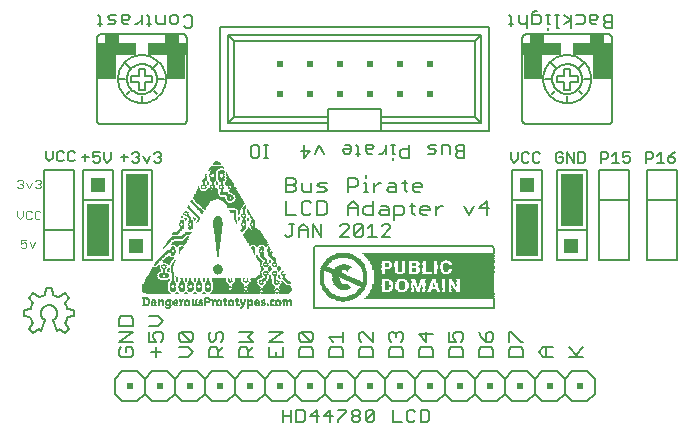
<source format=gto>
G75*
G70*
%OFA0B0*%
%FSLAX24Y24*%
%IPPOS*%
%LPD*%
%AMOC8*
5,1,8,0,0,1.08239X$1,22.5*
%
%ADD10C,0.0080*%
%ADD11C,0.0060*%
%ADD12C,0.0070*%
%ADD13R,0.0770X0.1740*%
%ADD14R,0.0500X0.0500*%
%ADD15C,0.0050*%
%ADD16C,0.0040*%
%ADD17R,0.1250X0.0400*%
%ADD18R,0.0600X0.1050*%
%ADD19R,0.0500X0.0300*%
%ADD20R,0.0200X0.0200*%
%ADD21R,0.0150X0.0010*%
%ADD22R,0.0070X0.0010*%
%ADD23R,0.0160X0.0010*%
%ADD24R,0.0080X0.0010*%
%ADD25R,0.0170X0.0010*%
%ADD26R,0.0090X0.0010*%
%ADD27R,0.0040X0.0010*%
%ADD28R,0.0100X0.0010*%
%ADD29R,0.0010X0.0010*%
%ADD30R,0.0060X0.0010*%
%ADD31R,0.0130X0.0010*%
%ADD32R,0.0050X0.0010*%
%ADD33R,0.0110X0.0010*%
%ADD34R,0.0140X0.0010*%
%ADD35R,0.0120X0.0010*%
%ADD36R,0.0190X0.0010*%
%ADD37R,0.0180X0.0010*%
%ADD38R,0.0210X0.0010*%
%ADD39R,0.0220X0.0010*%
%ADD40R,0.0200X0.0010*%
%ADD41R,0.0030X0.0010*%
%ADD42R,0.0020X0.0010*%
%ADD43R,0.0310X0.0010*%
%ADD44R,0.0780X0.0010*%
%ADD45R,0.1640X0.0010*%
%ADD46R,0.0380X0.0010*%
%ADD47R,0.0260X0.0010*%
%ADD48R,0.0800X0.0010*%
%ADD49R,0.1610X0.0010*%
%ADD50R,0.0360X0.0010*%
%ADD51R,0.0290X0.0010*%
%ADD52R,0.0820X0.0010*%
%ADD53R,0.1590X0.0010*%
%ADD54R,0.0340X0.0010*%
%ADD55R,0.0840X0.0010*%
%ADD56R,0.1570X0.0010*%
%ADD57R,0.0330X0.0010*%
%ADD58R,0.0320X0.0010*%
%ADD59R,0.1550X0.0010*%
%ADD60R,0.0300X0.0010*%
%ADD61R,0.0850X0.0010*%
%ADD62R,0.1080X0.0010*%
%ADD63R,0.0520X0.0010*%
%ADD64R,0.0450X0.0010*%
%ADD65R,0.0420X0.0010*%
%ADD66R,0.0540X0.0010*%
%ADD67R,0.0410X0.0010*%
%ADD68R,0.0430X0.0010*%
%ADD69R,0.0860X0.0010*%
%ADD70R,0.0530X0.0010*%
%ADD71R,0.0390X0.0010*%
%ADD72R,0.0510X0.0010*%
%ADD73R,0.0400X0.0010*%
%ADD74R,0.0500X0.0010*%
%ADD75R,0.0480X0.0010*%
%ADD76R,0.0370X0.0010*%
%ADD77R,0.0440X0.0010*%
%ADD78R,0.0870X0.0010*%
%ADD79R,0.0350X0.0010*%
%ADD80R,0.0490X0.0010*%
%ADD81R,0.0230X0.0010*%
%ADD82R,0.0270X0.0010*%
%ADD83R,0.0240X0.0010*%
%ADD84R,0.0830X0.0010*%
%ADD85R,0.0280X0.0010*%
%ADD86R,0.0810X0.0010*%
%ADD87R,0.0470X0.0010*%
%ADD88R,0.0250X0.0010*%
%ADD89R,0.0460X0.0010*%
%ADD90R,0.0640X0.0010*%
%ADD91R,0.0630X0.0010*%
%ADD92R,0.0620X0.0010*%
%ADD93R,0.0610X0.0010*%
%ADD94R,0.0590X0.0010*%
%ADD95R,0.0580X0.0010*%
%ADD96R,0.0560X0.0010*%
%ADD97R,0.0550X0.0010*%
%ADD98R,0.0570X0.0010*%
%ADD99R,0.0650X0.0010*%
%ADD100R,0.0680X0.0010*%
%ADD101R,0.0720X0.0010*%
%ADD102R,0.1060X0.0010*%
%ADD103R,0.1070X0.0010*%
%ADD104R,0.1050X0.0010*%
%ADD105R,0.0920X0.0010*%
%ADD106R,0.0890X0.0010*%
%ADD107R,0.0770X0.0010*%
%ADD108R,0.0760X0.0010*%
%ADD109R,0.0750X0.0010*%
%ADD110R,0.0740X0.0010*%
%ADD111R,0.0730X0.0010*%
%ADD112R,0.6045X0.0015*%
%ADD113R,0.6045X0.0015*%
%ADD114R,0.0045X0.0015*%
%ADD115R,0.0045X0.0015*%
%ADD116R,0.0165X0.0015*%
%ADD117R,0.0345X0.0015*%
%ADD118R,0.0465X0.0015*%
%ADD119R,0.0555X0.0015*%
%ADD120R,0.0630X0.0015*%
%ADD121R,0.0705X0.0015*%
%ADD122R,0.4335X0.0015*%
%ADD123R,0.0765X0.0015*%
%ADD124R,0.4320X0.0015*%
%ADD125R,0.0795X0.0015*%
%ADD126R,0.4305X0.0015*%
%ADD127R,0.0855X0.0015*%
%ADD128R,0.4290X0.0015*%
%ADD129R,0.0915X0.0015*%
%ADD130R,0.4275X0.0015*%
%ADD131R,0.0360X0.0015*%
%ADD132R,0.4260X0.0015*%
%ADD133R,0.0315X0.0015*%
%ADD134R,0.4245X0.0015*%
%ADD135R,0.0300X0.0015*%
%ADD136R,0.4230X0.0015*%
%ADD137R,0.0270X0.0015*%
%ADD138R,0.0255X0.0015*%
%ADD139R,0.4215X0.0015*%
%ADD140R,0.0240X0.0015*%
%ADD141R,0.4200X0.0015*%
%ADD142R,0.0225X0.0015*%
%ADD143R,0.4185X0.0015*%
%ADD144R,0.0210X0.0015*%
%ADD145R,0.4170X0.0015*%
%ADD146R,0.4155X0.0015*%
%ADD147R,0.0195X0.0015*%
%ADD148R,0.0405X0.0015*%
%ADD149R,0.0105X0.0015*%
%ADD150R,0.0060X0.0015*%
%ADD151R,0.0075X0.0015*%
%ADD152R,0.0180X0.0015*%
%ADD153R,0.1155X0.0015*%
%ADD154R,0.0390X0.0015*%
%ADD155R,0.0090X0.0015*%
%ADD156R,0.0150X0.0015*%
%ADD157R,0.0135X0.0015*%
%ADD158R,0.0375X0.0015*%
%ADD159R,0.0120X0.0015*%
%ADD160R,0.0330X0.0015*%
%ADD161R,0.0435X0.0015*%
%ADD162R,0.0030X0.0015*%
%ADD163R,0.0480X0.0015*%
%ADD164R,0.0495X0.0015*%
%ADD165R,0.0015X0.0015*%
%ADD166R,0.0285X0.0015*%
%ADD167R,0.0450X0.0015*%
%ADD168R,0.0525X0.0015*%
%ADD169R,0.0885X0.0015*%
%ADD170R,0.3015X0.0015*%
%ADD171R,0.4020X0.0015*%
%ADD172R,0.0600X0.0015*%
%ADD173R,0.0570X0.0015*%
%ADD174R,0.0825X0.0015*%
%ADD175R,0.1440X0.0015*%
%ADD176R,0.1545X0.0015*%
%ADD177R,0.1500X0.0015*%
%ADD178R,0.1485X0.0015*%
%ADD179R,0.1455X0.0015*%
%ADD180R,0.1425X0.0015*%
%ADD181R,0.0510X0.0015*%
%ADD182R,0.0720X0.0015*%
%ADD183R,0.1410X0.0015*%
%ADD184R,0.0750X0.0015*%
%ADD185R,0.0945X0.0015*%
%ADD186R,0.0420X0.0015*%
%ADD187R,0.1395X0.0015*%
%ADD188R,0.1710X0.0015*%
%ADD189R,0.1695X0.0015*%
%ADD190R,0.1515X0.0015*%
%ADD191R,0.2565X0.0015*%
%ADD192R,0.1575X0.0015*%
%ADD193R,0.4350X0.0015*%
%ADD194R,0.4365X0.0015*%
%ADD195R,0.4395X0.0015*%
%ADD196R,0.0060X0.0015*%
%ADD197R,0.5985X0.0015*%
%ADD198R,0.5955X0.0015*%
%ADD199R,0.5910X0.0015*%
D10*
X005502Y006763D02*
X005362Y006903D01*
X005482Y007083D01*
X005402Y007283D02*
X005182Y007323D01*
X005182Y007523D01*
X005412Y007563D01*
X005492Y007753D02*
X005362Y007943D01*
X005502Y008083D01*
X005692Y007953D01*
X005872Y008023D02*
X005922Y008263D01*
X006112Y008263D01*
X006162Y008023D01*
X006342Y007953D02*
X006542Y008083D01*
X006682Y007943D01*
X006542Y007753D01*
X006632Y007563D02*
X006852Y007523D01*
X006852Y007323D01*
X006632Y007283D01*
X006552Y007083D02*
X006682Y006903D01*
X006542Y006763D01*
X006362Y006883D01*
X006282Y006843D01*
X006142Y007183D01*
X005902Y007183D02*
X005752Y006843D01*
X005682Y006883D01*
X005502Y006763D01*
X005484Y007088D02*
X005459Y007130D01*
X005437Y007174D01*
X005419Y007220D01*
X005404Y007267D01*
X005694Y007949D02*
X005736Y007972D01*
X005779Y007991D01*
X005824Y008008D01*
X005870Y008020D01*
X005902Y007183D02*
X005874Y007199D01*
X005847Y007218D01*
X005824Y007240D01*
X005803Y007265D01*
X005785Y007293D01*
X005770Y007322D01*
X005760Y007353D01*
X005752Y007384D01*
X005749Y007417D01*
X005750Y007449D01*
X005754Y007482D01*
X005763Y007513D01*
X005775Y007543D01*
X005790Y007572D01*
X005809Y007599D01*
X005831Y007623D01*
X005855Y007644D01*
X005882Y007663D01*
X005911Y007678D01*
X005942Y007689D01*
X005973Y007697D01*
X006006Y007701D01*
X006038Y007701D01*
X006071Y007697D01*
X006102Y007689D01*
X006133Y007678D01*
X006162Y007663D01*
X006189Y007644D01*
X006213Y007623D01*
X006235Y007599D01*
X006254Y007572D01*
X006269Y007543D01*
X006281Y007513D01*
X006290Y007482D01*
X006294Y007449D01*
X006295Y007417D01*
X006292Y007384D01*
X006284Y007353D01*
X006274Y007322D01*
X006259Y007293D01*
X006241Y007265D01*
X006220Y007240D01*
X006197Y007218D01*
X006170Y007199D01*
X006142Y007183D01*
X006634Y007564D02*
X006622Y007604D01*
X006607Y007643D01*
X006589Y007681D01*
X006569Y007717D01*
X006547Y007752D01*
X006341Y007953D02*
X006298Y007976D01*
X006254Y007996D01*
X006208Y008012D01*
X006162Y008024D01*
X006631Y007284D02*
X006621Y007242D01*
X006608Y007201D01*
X006592Y007161D01*
X006573Y007122D01*
X006551Y007085D01*
X005410Y007565D02*
X005421Y007605D01*
X005435Y007644D01*
X005451Y007681D01*
X005470Y007718D01*
X005491Y007753D01*
X012746Y012676D02*
X012816Y012606D01*
X012956Y012606D01*
X013026Y012676D01*
X013026Y012957D01*
X012956Y013027D01*
X012816Y013027D01*
X012746Y012957D01*
X012746Y012676D01*
X013193Y012606D02*
X013333Y012606D01*
X013263Y012606D02*
X013263Y013027D01*
X013333Y013027D02*
X013193Y013027D01*
X014434Y012817D02*
X014714Y012817D01*
X014504Y012606D01*
X014504Y013027D01*
X014894Y012746D02*
X015034Y013027D01*
X015174Y012746D01*
X015815Y012817D02*
X015815Y012887D01*
X016095Y012887D01*
X016095Y012957D02*
X016095Y012817D01*
X016025Y012746D01*
X015885Y012746D01*
X015815Y012817D01*
X015885Y013027D02*
X016025Y013027D01*
X016095Y012957D01*
X016262Y013027D02*
X016332Y012957D01*
X016332Y012676D01*
X016402Y012746D02*
X016262Y012746D01*
X016582Y012817D02*
X016582Y013027D01*
X016792Y013027D01*
X016862Y012957D01*
X016792Y012887D01*
X016582Y012887D01*
X016582Y012817D02*
X016652Y012746D01*
X016792Y012746D01*
X017036Y012746D02*
X017106Y012746D01*
X017246Y012887D01*
X017246Y013027D02*
X017246Y012746D01*
X017483Y012746D02*
X017483Y013027D01*
X017553Y013027D02*
X017412Y013027D01*
X017483Y012746D02*
X017553Y012746D01*
X017483Y012606D02*
X017483Y012536D01*
X017733Y012676D02*
X017733Y012817D01*
X017803Y012887D01*
X018013Y012887D01*
X018013Y013027D02*
X018013Y012606D01*
X017803Y012606D01*
X017733Y012676D01*
X018653Y012746D02*
X018864Y012746D01*
X018934Y012817D01*
X018864Y012887D01*
X018723Y012887D01*
X018653Y012957D01*
X018723Y013027D01*
X018934Y013027D01*
X019114Y013027D02*
X019114Y012746D01*
X019394Y012746D02*
X019394Y012957D01*
X019324Y013027D01*
X019114Y013027D01*
X019574Y012957D02*
X019574Y012887D01*
X019644Y012817D01*
X019854Y012817D01*
X019854Y013027D02*
X019854Y012606D01*
X019644Y012606D01*
X019574Y012676D01*
X019574Y012746D01*
X019644Y012817D01*
X019574Y012957D02*
X019644Y013027D01*
X019854Y013027D01*
X018461Y011697D02*
X018380Y011777D01*
X018220Y011777D01*
X018140Y011697D01*
X018140Y011537D01*
X018220Y011457D01*
X018380Y011457D01*
X018461Y011617D02*
X018140Y011617D01*
X017957Y011777D02*
X017797Y011777D01*
X017877Y011857D02*
X017877Y011537D01*
X017957Y011457D01*
X017601Y011457D02*
X017601Y011697D01*
X017521Y011777D01*
X017361Y011777D01*
X017361Y011617D02*
X017601Y011617D01*
X017601Y011457D02*
X017361Y011457D01*
X017281Y011537D01*
X017361Y011617D01*
X017091Y011777D02*
X017011Y011777D01*
X016851Y011617D01*
X016851Y011457D02*
X016851Y011777D01*
X016588Y011777D02*
X016588Y011457D01*
X016668Y011457D02*
X016507Y011457D01*
X016312Y011697D02*
X016232Y011617D01*
X015992Y011617D01*
X015992Y011457D02*
X015992Y011937D01*
X016232Y011937D01*
X016312Y011857D01*
X016312Y011697D01*
X016507Y011777D02*
X016588Y011777D01*
X016588Y011937D02*
X016588Y012017D01*
X016823Y011172D02*
X016823Y010692D01*
X016583Y010692D01*
X016502Y010772D01*
X016502Y010932D01*
X016583Y011012D01*
X016823Y011012D01*
X017098Y011012D02*
X017258Y011012D01*
X017338Y010932D01*
X017338Y010692D01*
X017098Y010692D01*
X017018Y010772D01*
X017098Y010852D01*
X017338Y010852D01*
X017534Y011012D02*
X017534Y010532D01*
X017534Y010692D02*
X017774Y010692D01*
X017854Y010772D01*
X017854Y010932D01*
X017774Y011012D01*
X017534Y011012D01*
X018049Y011012D02*
X018209Y011012D01*
X018129Y011092D02*
X018129Y010772D01*
X018209Y010692D01*
X018393Y010772D02*
X018393Y010932D01*
X018473Y011012D01*
X018633Y011012D01*
X018713Y010932D01*
X018713Y010852D01*
X018393Y010852D01*
X018393Y010772D02*
X018473Y010692D01*
X018633Y010692D01*
X018909Y010692D02*
X018909Y011012D01*
X018909Y010852D02*
X019069Y011012D01*
X019149Y011012D01*
X019854Y011012D02*
X020014Y010692D01*
X020174Y011012D01*
X020370Y010932D02*
X020690Y010932D01*
X020610Y011172D02*
X020370Y010932D01*
X020610Y010692D02*
X020610Y011172D01*
X018461Y011617D02*
X018461Y011697D01*
X016307Y011012D02*
X016307Y010692D01*
X015987Y010692D02*
X015987Y011012D01*
X016147Y011172D01*
X016307Y011012D01*
X016307Y010932D02*
X015987Y010932D01*
X015276Y010772D02*
X015276Y011092D01*
X015196Y011172D01*
X014956Y011172D01*
X014956Y010692D01*
X015196Y010692D01*
X015276Y010772D01*
X014760Y010772D02*
X014680Y010692D01*
X014520Y010692D01*
X014440Y010772D01*
X014440Y011092D01*
X014520Y011172D01*
X014680Y011172D01*
X014760Y011092D01*
X014765Y011457D02*
X014525Y011457D01*
X014445Y011537D01*
X014445Y011777D01*
X014250Y011777D02*
X014170Y011697D01*
X013929Y011697D01*
X013929Y011457D02*
X013929Y011937D01*
X014170Y011937D01*
X014250Y011857D01*
X014250Y011777D01*
X014170Y011697D02*
X014250Y011617D01*
X014250Y011537D01*
X014170Y011457D01*
X013929Y011457D01*
X013924Y011172D02*
X013924Y010692D01*
X014245Y010692D01*
X014765Y011457D02*
X014765Y011777D01*
X014961Y011697D02*
X015041Y011777D01*
X015281Y011777D01*
X015201Y011617D02*
X015041Y011617D01*
X014961Y011697D01*
X014961Y011457D02*
X015201Y011457D01*
X015281Y011537D01*
X015201Y011617D01*
X010724Y016933D02*
X010794Y017003D01*
X010794Y017283D01*
X010724Y017353D01*
X010584Y017353D01*
X010514Y017283D01*
X010334Y017283D02*
X010334Y017143D01*
X010264Y017073D01*
X010124Y017073D01*
X010054Y017143D01*
X010054Y017283D01*
X010124Y017353D01*
X010264Y017353D01*
X010334Y017283D01*
X010514Y017003D02*
X010584Y016933D01*
X010724Y016933D01*
X009874Y017073D02*
X009874Y017353D01*
X009874Y017073D02*
X009663Y017073D01*
X009593Y017143D01*
X009593Y017353D01*
X009343Y017283D02*
X009343Y017003D01*
X009413Y017073D02*
X009273Y017073D01*
X009106Y017073D02*
X009106Y017353D01*
X009106Y017213D02*
X008966Y017073D01*
X008896Y017073D01*
X008653Y017073D02*
X008513Y017073D01*
X008443Y017143D01*
X008443Y017353D01*
X008653Y017353D01*
X008723Y017283D01*
X008653Y017213D01*
X008443Y017213D01*
X008262Y017143D02*
X008192Y017073D01*
X007982Y017073D01*
X008052Y017213D02*
X008192Y017213D01*
X008262Y017143D01*
X008262Y017353D02*
X008052Y017353D01*
X007982Y017283D01*
X008052Y017213D01*
X007802Y017073D02*
X007662Y017073D01*
X007732Y017003D02*
X007732Y017283D01*
X007662Y017353D01*
X009273Y017353D02*
X009343Y017283D01*
X021355Y017353D02*
X021425Y017283D01*
X021425Y017003D01*
X021495Y017073D02*
X021355Y017073D01*
X021675Y017143D02*
X021675Y017353D01*
X021675Y017143D02*
X021745Y017073D01*
X021885Y017073D01*
X021956Y017143D01*
X022136Y017073D02*
X022346Y017073D01*
X022416Y017143D01*
X022416Y017283D01*
X022346Y017353D01*
X022136Y017353D01*
X022136Y017423D02*
X022136Y017073D01*
X021956Y016933D02*
X021956Y017353D01*
X022136Y017423D02*
X022206Y017493D01*
X022276Y017493D01*
X022583Y017353D02*
X022723Y017353D01*
X022653Y017353D02*
X022653Y017073D01*
X022723Y017073D01*
X022653Y016933D02*
X022653Y016863D01*
X022960Y016933D02*
X022960Y017353D01*
X023030Y017353D02*
X022890Y017353D01*
X023203Y017353D02*
X023413Y017213D01*
X023203Y017073D01*
X023030Y016933D02*
X022960Y016933D01*
X023413Y016933D02*
X023413Y017353D01*
X023593Y017353D02*
X023804Y017353D01*
X023874Y017283D01*
X023874Y017143D01*
X023804Y017073D01*
X023593Y017073D01*
X024054Y017143D02*
X024054Y017353D01*
X024264Y017353D01*
X024334Y017283D01*
X024264Y017213D01*
X024054Y017213D01*
X024054Y017143D02*
X024124Y017073D01*
X024264Y017073D01*
X024514Y017073D02*
X024584Y017143D01*
X024794Y017143D01*
X024584Y017143D02*
X024514Y017213D01*
X024514Y017283D01*
X024584Y017353D01*
X024794Y017353D01*
X024794Y016933D01*
X024584Y016933D01*
X024514Y017003D01*
X024514Y017073D01*
X018623Y004202D02*
X018413Y004202D01*
X018413Y003782D01*
X018623Y003782D01*
X018693Y003852D01*
X018693Y004132D01*
X018623Y004202D01*
X018233Y004132D02*
X018163Y004202D01*
X018023Y004202D01*
X017953Y004132D01*
X017953Y003852D01*
X018023Y003782D01*
X018163Y003782D01*
X018233Y003852D01*
X017772Y003782D02*
X017492Y003782D01*
X017492Y004202D01*
X016852Y004132D02*
X016852Y003852D01*
X016782Y003782D01*
X016641Y003782D01*
X016571Y003852D01*
X016852Y004132D01*
X016782Y004202D01*
X016641Y004202D01*
X016571Y004132D01*
X016571Y003852D01*
X016391Y003852D02*
X016321Y003782D01*
X016181Y003782D01*
X016111Y003852D01*
X016111Y003922D01*
X016181Y003992D01*
X016321Y003992D01*
X016391Y003922D01*
X016391Y003852D01*
X016321Y003992D02*
X016391Y004062D01*
X016391Y004132D01*
X016321Y004202D01*
X016181Y004202D01*
X016111Y004132D01*
X016111Y004062D01*
X016181Y003992D01*
X015931Y004132D02*
X015651Y003852D01*
X015651Y003782D01*
X015401Y003782D02*
X015401Y004202D01*
X015190Y003992D01*
X015471Y003992D01*
X015651Y004202D02*
X015931Y004202D01*
X015931Y004132D01*
X015010Y003992D02*
X014730Y003992D01*
X014940Y004202D01*
X014940Y003782D01*
X014550Y003852D02*
X014550Y004132D01*
X014480Y004202D01*
X014270Y004202D01*
X014270Y003782D01*
X014480Y003782D01*
X014550Y003852D01*
X014090Y003782D02*
X014090Y004202D01*
X014090Y003992D02*
X013809Y003992D01*
X013809Y003782D02*
X013809Y004202D01*
D11*
X008205Y004741D02*
X008205Y005241D01*
X008455Y005491D01*
X008955Y005491D01*
X009205Y005241D01*
X009455Y005491D01*
X009955Y005491D01*
X010205Y005241D01*
X010205Y004741D01*
X009955Y004491D01*
X009455Y004491D01*
X009205Y004741D01*
X008955Y004491D01*
X008455Y004491D01*
X008205Y004741D01*
X009205Y004741D02*
X009205Y005241D01*
X010205Y005241D02*
X010455Y005491D01*
X010955Y005491D01*
X011205Y005241D01*
X011455Y005491D01*
X011955Y005491D01*
X012205Y005241D01*
X012455Y005491D01*
X012955Y005491D01*
X013205Y005241D01*
X013205Y004741D01*
X012955Y004491D01*
X012455Y004491D01*
X012205Y004741D01*
X011955Y004491D01*
X011455Y004491D01*
X011205Y004741D01*
X010955Y004491D01*
X010455Y004491D01*
X010205Y004741D01*
X011205Y004741D02*
X011205Y005241D01*
X012205Y005241D02*
X012205Y004741D01*
X013205Y004741D02*
X013455Y004491D01*
X013955Y004491D01*
X014205Y004741D01*
X014455Y004491D01*
X014955Y004491D01*
X015205Y004741D01*
X015455Y004491D01*
X015955Y004491D01*
X016205Y004741D01*
X016205Y005241D01*
X015955Y005491D01*
X015455Y005491D01*
X015205Y005241D01*
X015205Y004741D01*
X015205Y005241D02*
X014955Y005491D01*
X014455Y005491D01*
X014205Y005241D01*
X014205Y004741D01*
X014205Y005241D02*
X013955Y005491D01*
X013455Y005491D01*
X013205Y005241D01*
X016205Y005241D02*
X016455Y005491D01*
X016955Y005491D01*
X017205Y005241D01*
X017455Y005491D01*
X017955Y005491D01*
X018205Y005241D01*
X018455Y005491D01*
X018955Y005491D01*
X019205Y005241D01*
X019205Y004741D01*
X018955Y004491D01*
X018455Y004491D01*
X018205Y004741D01*
X017955Y004491D01*
X017455Y004491D01*
X017205Y004741D01*
X016955Y004491D01*
X016455Y004491D01*
X016205Y004741D01*
X017205Y004741D02*
X017205Y005241D01*
X018205Y005241D02*
X018205Y004741D01*
X019205Y004741D02*
X019455Y004491D01*
X019955Y004491D01*
X020205Y004741D01*
X020455Y004491D01*
X020955Y004491D01*
X021205Y004741D01*
X021455Y004491D01*
X021955Y004491D01*
X022205Y004741D01*
X022205Y005241D01*
X021955Y005491D01*
X021455Y005491D01*
X021205Y005241D01*
X021205Y004741D01*
X021205Y005241D02*
X020955Y005491D01*
X020455Y005491D01*
X020205Y005241D01*
X020205Y004741D01*
X020205Y005241D02*
X019955Y005491D01*
X019455Y005491D01*
X019205Y005241D01*
X022205Y005241D02*
X022455Y005491D01*
X022955Y005491D01*
X023205Y005241D01*
X023455Y005491D01*
X023955Y005491D01*
X024205Y005241D01*
X024205Y004741D01*
X023955Y004491D01*
X023455Y004491D01*
X023205Y004741D01*
X022955Y004491D01*
X022455Y004491D01*
X022205Y004741D01*
X023205Y004741D02*
X023205Y005241D01*
X022944Y009197D02*
X023944Y009197D01*
X023944Y010197D01*
X022944Y010197D01*
X022944Y009197D01*
X022444Y009197D02*
X021444Y009197D01*
X021444Y011197D01*
X022444Y011197D01*
X022444Y009197D01*
X022944Y010197D02*
X022944Y012197D01*
X023944Y012197D01*
X023944Y010197D01*
X024367Y009200D02*
X024367Y011200D01*
X025367Y011200D01*
X025367Y009200D01*
X025942Y009200D02*
X025942Y011200D01*
X026942Y011200D01*
X026942Y009200D01*
X026942Y011200D02*
X026942Y012200D01*
X025942Y012200D01*
X025942Y011200D01*
X025367Y011200D02*
X025367Y012200D01*
X024367Y012200D01*
X024367Y011200D01*
X022444Y011197D02*
X022444Y012197D01*
X021444Y012197D01*
X021444Y011197D01*
X020682Y013495D02*
X017091Y013495D01*
X017091Y014220D01*
X015320Y014220D01*
X015320Y013495D01*
X011729Y013495D01*
X011729Y016960D01*
X020682Y016960D01*
X020682Y013495D01*
X020410Y013767D02*
X020229Y013948D01*
X017091Y013948D01*
X017091Y013767D02*
X020410Y013767D01*
X020410Y016688D01*
X020229Y016507D01*
X020229Y013948D01*
X021792Y013878D02*
X021792Y015828D01*
X021792Y016578D01*
X021794Y016601D01*
X021799Y016624D01*
X021808Y016646D01*
X021821Y016666D01*
X021836Y016684D01*
X021854Y016699D01*
X021874Y016712D01*
X021896Y016721D01*
X021919Y016726D01*
X021942Y016728D01*
X022642Y016728D01*
X023942Y016728D01*
X024642Y016728D01*
X024665Y016726D01*
X024688Y016721D01*
X024710Y016712D01*
X024730Y016699D01*
X024748Y016684D01*
X024763Y016666D01*
X024776Y016646D01*
X024785Y016624D01*
X024790Y016601D01*
X024792Y016578D01*
X024792Y015828D01*
X024792Y013878D01*
X024790Y013855D01*
X024785Y013832D01*
X024776Y013810D01*
X024763Y013790D01*
X024748Y013772D01*
X024730Y013757D01*
X024710Y013744D01*
X024688Y013735D01*
X024665Y013730D01*
X024642Y013728D01*
X023642Y013728D01*
X022942Y013728D01*
X021942Y013728D01*
X021919Y013730D01*
X021896Y013735D01*
X021874Y013744D01*
X021854Y013757D01*
X021836Y013772D01*
X021821Y013790D01*
X021808Y013810D01*
X021799Y013832D01*
X021794Y013855D01*
X021792Y013878D01*
X022792Y014728D02*
X022892Y014828D01*
X022942Y015128D02*
X022942Y015328D01*
X023192Y015328D01*
X023192Y015578D01*
X023392Y015578D01*
X023392Y015328D01*
X023642Y015328D01*
X023642Y015128D01*
X023392Y015128D01*
X023392Y014878D01*
X023192Y014878D01*
X023192Y015128D01*
X022942Y015128D01*
X022742Y015228D02*
X022542Y015228D01*
X022942Y015578D02*
X022742Y015778D01*
X022792Y015228D02*
X022794Y015272D01*
X022800Y015316D01*
X022810Y015359D01*
X022823Y015401D01*
X022840Y015442D01*
X022861Y015481D01*
X022885Y015518D01*
X022912Y015553D01*
X022942Y015585D01*
X022975Y015615D01*
X023011Y015641D01*
X023048Y015665D01*
X023088Y015684D01*
X023129Y015701D01*
X023172Y015713D01*
X023215Y015722D01*
X023259Y015727D01*
X023303Y015728D01*
X023347Y015725D01*
X023391Y015718D01*
X023434Y015707D01*
X023476Y015693D01*
X023516Y015675D01*
X023555Y015653D01*
X023591Y015629D01*
X023625Y015601D01*
X023657Y015570D01*
X023686Y015536D01*
X023712Y015500D01*
X023734Y015462D01*
X023753Y015422D01*
X023768Y015380D01*
X023780Y015338D01*
X023788Y015294D01*
X023792Y015250D01*
X023792Y015206D01*
X023788Y015162D01*
X023780Y015118D01*
X023768Y015076D01*
X023753Y015034D01*
X023734Y014994D01*
X023712Y014956D01*
X023686Y014920D01*
X023657Y014886D01*
X023625Y014855D01*
X023591Y014827D01*
X023555Y014803D01*
X023516Y014781D01*
X023476Y014763D01*
X023434Y014749D01*
X023391Y014738D01*
X023347Y014731D01*
X023303Y014728D01*
X023259Y014729D01*
X023215Y014734D01*
X023172Y014743D01*
X023129Y014755D01*
X023088Y014772D01*
X023048Y014791D01*
X023011Y014815D01*
X022975Y014841D01*
X022942Y014871D01*
X022912Y014903D01*
X022885Y014938D01*
X022861Y014975D01*
X022840Y015014D01*
X022823Y015055D01*
X022810Y015097D01*
X022800Y015140D01*
X022794Y015184D01*
X022792Y015228D01*
X022492Y015228D02*
X022494Y015284D01*
X022500Y015341D01*
X022510Y015396D01*
X022524Y015451D01*
X022541Y015505D01*
X022563Y015557D01*
X022588Y015607D01*
X022616Y015656D01*
X022648Y015703D01*
X022683Y015747D01*
X022721Y015789D01*
X022762Y015828D01*
X022806Y015863D01*
X022852Y015896D01*
X022900Y015925D01*
X022950Y015951D01*
X023002Y015974D01*
X023056Y015992D01*
X023110Y016007D01*
X023165Y016018D01*
X023221Y016025D01*
X023278Y016028D01*
X023334Y016027D01*
X023391Y016022D01*
X023446Y016013D01*
X023501Y016000D01*
X023555Y015983D01*
X023608Y015963D01*
X023659Y015939D01*
X023708Y015911D01*
X023755Y015880D01*
X023800Y015846D01*
X023843Y015808D01*
X023882Y015768D01*
X023919Y015725D01*
X023952Y015680D01*
X023982Y015632D01*
X024009Y015582D01*
X024032Y015531D01*
X024052Y015478D01*
X024068Y015424D01*
X024080Y015368D01*
X024088Y015313D01*
X024092Y015256D01*
X024092Y015200D01*
X024088Y015143D01*
X024080Y015088D01*
X024068Y015032D01*
X024052Y014978D01*
X024032Y014925D01*
X024009Y014874D01*
X023982Y014824D01*
X023952Y014776D01*
X023919Y014731D01*
X023882Y014688D01*
X023843Y014648D01*
X023800Y014610D01*
X023755Y014576D01*
X023708Y014545D01*
X023659Y014517D01*
X023608Y014493D01*
X023555Y014473D01*
X023501Y014456D01*
X023446Y014443D01*
X023391Y014434D01*
X023334Y014429D01*
X023278Y014428D01*
X023221Y014431D01*
X023165Y014438D01*
X023110Y014449D01*
X023056Y014464D01*
X023002Y014482D01*
X022950Y014505D01*
X022900Y014531D01*
X022852Y014560D01*
X022806Y014593D01*
X022762Y014628D01*
X022721Y014667D01*
X022683Y014709D01*
X022648Y014753D01*
X022616Y014800D01*
X022588Y014849D01*
X022563Y014899D01*
X022541Y014951D01*
X022524Y015005D01*
X022510Y015060D01*
X022500Y015115D01*
X022494Y015172D01*
X022492Y015228D01*
X023292Y014678D02*
X023292Y014478D01*
X023692Y014828D02*
X023792Y014728D01*
X023842Y015228D02*
X024042Y015228D01*
X023642Y015578D02*
X023842Y015778D01*
X020410Y016688D02*
X012001Y016688D01*
X012182Y016507D01*
X012182Y013948D01*
X012001Y013767D01*
X015320Y013767D01*
X015320Y013948D02*
X012182Y013948D01*
X012001Y013767D02*
X012001Y016688D01*
X012182Y016507D02*
X020229Y016507D01*
X017091Y013495D02*
X015320Y013495D01*
X015099Y010407D02*
X015099Y009967D01*
X014805Y010407D01*
X014805Y009967D01*
X014638Y009967D02*
X014638Y010260D01*
X014491Y010407D01*
X014345Y010260D01*
X014345Y009967D01*
X014345Y010187D02*
X014638Y010187D01*
X014178Y010407D02*
X014031Y010407D01*
X014104Y010407D02*
X014104Y010040D01*
X014031Y009967D01*
X013958Y009967D01*
X013884Y010040D01*
X015726Y009967D02*
X016019Y010260D01*
X016019Y010334D01*
X015946Y010407D01*
X015799Y010407D01*
X015726Y010334D01*
X015726Y009967D02*
X016019Y009967D01*
X016186Y010040D02*
X016480Y010334D01*
X016480Y010040D01*
X016406Y009967D01*
X016259Y009967D01*
X016186Y010040D01*
X016186Y010334D01*
X016259Y010407D01*
X016406Y010407D01*
X016480Y010334D01*
X016646Y010260D02*
X016793Y010407D01*
X016793Y009967D01*
X016646Y009967D02*
X016940Y009967D01*
X017107Y009967D02*
X017400Y010260D01*
X017400Y010334D01*
X017327Y010407D01*
X017180Y010407D01*
X017107Y010334D01*
X017107Y009967D02*
X017400Y009967D01*
X010619Y013878D02*
X010619Y015828D01*
X010619Y016578D01*
X010617Y016601D01*
X010612Y016624D01*
X010603Y016646D01*
X010590Y016666D01*
X010575Y016684D01*
X010557Y016699D01*
X010537Y016712D01*
X010515Y016721D01*
X010492Y016726D01*
X010469Y016728D01*
X009769Y016728D01*
X008469Y016728D01*
X007769Y016728D01*
X007746Y016726D01*
X007723Y016721D01*
X007701Y016712D01*
X007681Y016699D01*
X007663Y016684D01*
X007648Y016666D01*
X007635Y016646D01*
X007626Y016624D01*
X007621Y016601D01*
X007619Y016578D01*
X007619Y015828D01*
X007619Y013878D01*
X007621Y013855D01*
X007626Y013832D01*
X007635Y013810D01*
X007648Y013790D01*
X007663Y013772D01*
X007681Y013757D01*
X007701Y013744D01*
X007723Y013735D01*
X007746Y013730D01*
X007769Y013728D01*
X008769Y013728D01*
X009469Y013728D01*
X010469Y013728D01*
X010492Y013730D01*
X010515Y013735D01*
X010537Y013744D01*
X010557Y013757D01*
X010575Y013772D01*
X010590Y013790D01*
X010603Y013810D01*
X010612Y013832D01*
X010617Y013855D01*
X010619Y013878D01*
X009619Y014728D02*
X009519Y014828D01*
X009469Y015128D02*
X009219Y015128D01*
X009219Y014878D01*
X009019Y014878D01*
X009019Y015128D01*
X008769Y015128D01*
X008769Y015328D01*
X009019Y015328D01*
X009019Y015578D01*
X009219Y015578D01*
X009219Y015328D01*
X009469Y015328D01*
X009469Y015128D01*
X009669Y015228D02*
X009869Y015228D01*
X009469Y015578D02*
X009669Y015778D01*
X008619Y015228D02*
X008621Y015272D01*
X008627Y015316D01*
X008637Y015359D01*
X008650Y015401D01*
X008667Y015442D01*
X008688Y015481D01*
X008712Y015518D01*
X008739Y015553D01*
X008769Y015585D01*
X008802Y015615D01*
X008838Y015641D01*
X008875Y015665D01*
X008915Y015684D01*
X008956Y015701D01*
X008999Y015713D01*
X009042Y015722D01*
X009086Y015727D01*
X009130Y015728D01*
X009174Y015725D01*
X009218Y015718D01*
X009261Y015707D01*
X009303Y015693D01*
X009343Y015675D01*
X009382Y015653D01*
X009418Y015629D01*
X009452Y015601D01*
X009484Y015570D01*
X009513Y015536D01*
X009539Y015500D01*
X009561Y015462D01*
X009580Y015422D01*
X009595Y015380D01*
X009607Y015338D01*
X009615Y015294D01*
X009619Y015250D01*
X009619Y015206D01*
X009615Y015162D01*
X009607Y015118D01*
X009595Y015076D01*
X009580Y015034D01*
X009561Y014994D01*
X009539Y014956D01*
X009513Y014920D01*
X009484Y014886D01*
X009452Y014855D01*
X009418Y014827D01*
X009382Y014803D01*
X009343Y014781D01*
X009303Y014763D01*
X009261Y014749D01*
X009218Y014738D01*
X009174Y014731D01*
X009130Y014728D01*
X009086Y014729D01*
X009042Y014734D01*
X008999Y014743D01*
X008956Y014755D01*
X008915Y014772D01*
X008875Y014791D01*
X008838Y014815D01*
X008802Y014841D01*
X008769Y014871D01*
X008739Y014903D01*
X008712Y014938D01*
X008688Y014975D01*
X008667Y015014D01*
X008650Y015055D01*
X008637Y015097D01*
X008627Y015140D01*
X008621Y015184D01*
X008619Y015228D01*
X008569Y015228D02*
X008369Y015228D01*
X008769Y015578D02*
X008569Y015778D01*
X008319Y015228D02*
X008321Y015284D01*
X008327Y015341D01*
X008337Y015396D01*
X008351Y015451D01*
X008368Y015505D01*
X008390Y015557D01*
X008415Y015607D01*
X008443Y015656D01*
X008475Y015703D01*
X008510Y015747D01*
X008548Y015789D01*
X008589Y015828D01*
X008633Y015863D01*
X008679Y015896D01*
X008727Y015925D01*
X008777Y015951D01*
X008829Y015974D01*
X008883Y015992D01*
X008937Y016007D01*
X008992Y016018D01*
X009048Y016025D01*
X009105Y016028D01*
X009161Y016027D01*
X009218Y016022D01*
X009273Y016013D01*
X009328Y016000D01*
X009382Y015983D01*
X009435Y015963D01*
X009486Y015939D01*
X009535Y015911D01*
X009582Y015880D01*
X009627Y015846D01*
X009670Y015808D01*
X009709Y015768D01*
X009746Y015725D01*
X009779Y015680D01*
X009809Y015632D01*
X009836Y015582D01*
X009859Y015531D01*
X009879Y015478D01*
X009895Y015424D01*
X009907Y015368D01*
X009915Y015313D01*
X009919Y015256D01*
X009919Y015200D01*
X009915Y015143D01*
X009907Y015088D01*
X009895Y015032D01*
X009879Y014978D01*
X009859Y014925D01*
X009836Y014874D01*
X009809Y014824D01*
X009779Y014776D01*
X009746Y014731D01*
X009709Y014688D01*
X009670Y014648D01*
X009627Y014610D01*
X009582Y014576D01*
X009535Y014545D01*
X009486Y014517D01*
X009435Y014493D01*
X009382Y014473D01*
X009328Y014456D01*
X009273Y014443D01*
X009218Y014434D01*
X009161Y014429D01*
X009105Y014428D01*
X009048Y014431D01*
X008992Y014438D01*
X008937Y014449D01*
X008883Y014464D01*
X008829Y014482D01*
X008777Y014505D01*
X008727Y014531D01*
X008679Y014560D01*
X008633Y014593D01*
X008589Y014628D01*
X008548Y014667D01*
X008510Y014709D01*
X008475Y014753D01*
X008443Y014800D01*
X008415Y014849D01*
X008390Y014899D01*
X008368Y014951D01*
X008351Y015005D01*
X008337Y015060D01*
X008327Y015115D01*
X008321Y015172D01*
X008319Y015228D01*
X008719Y014828D02*
X008619Y014728D01*
X009119Y014678D02*
X009119Y014478D01*
X009444Y012197D02*
X008444Y012197D01*
X008444Y010197D01*
X009444Y010197D01*
X009444Y012197D01*
X008141Y012197D02*
X008141Y011197D01*
X007141Y011197D01*
X007141Y012197D01*
X008141Y012197D01*
X006863Y012200D02*
X006863Y010200D01*
X005863Y010200D01*
X005863Y012200D01*
X007141Y011197D02*
X007141Y009197D01*
X008141Y009197D01*
X008141Y011197D01*
X008444Y010197D02*
X008444Y009197D01*
X009444Y009197D01*
X009444Y010197D01*
X006863Y010200D02*
X006863Y009200D01*
X005863Y009200D01*
X005863Y010200D01*
D12*
X008421Y007315D02*
X008339Y007233D01*
X008339Y006988D01*
X008829Y006988D01*
X008829Y007233D01*
X008748Y007315D01*
X008421Y007315D01*
X008339Y006799D02*
X008829Y006799D01*
X008339Y006472D01*
X008829Y006472D01*
X008748Y006284D02*
X008584Y006284D01*
X008584Y006120D01*
X008421Y005957D02*
X008748Y005957D01*
X008829Y006038D01*
X008829Y006202D01*
X008748Y006284D01*
X008421Y006284D02*
X008339Y006202D01*
X008339Y006038D01*
X008421Y005957D01*
X009421Y006120D02*
X009748Y006120D01*
X009584Y005957D02*
X009584Y006284D01*
X009584Y006472D02*
X009339Y006472D01*
X009339Y006799D01*
X009502Y006718D02*
X009502Y006636D01*
X009584Y006472D01*
X009748Y006472D02*
X009829Y006554D01*
X009829Y006718D01*
X009748Y006799D01*
X009584Y006799D01*
X009502Y006718D01*
X009339Y006988D02*
X009666Y006988D01*
X009829Y007151D01*
X009666Y007315D01*
X009339Y007315D01*
X010339Y006718D02*
X010421Y006799D01*
X010748Y006472D01*
X010829Y006554D01*
X010829Y006718D01*
X010748Y006799D01*
X010421Y006799D01*
X010339Y006718D02*
X010339Y006554D01*
X010421Y006472D01*
X010748Y006472D01*
X010666Y006284D02*
X010339Y006284D01*
X010666Y006284D02*
X010829Y006120D01*
X010666Y005957D01*
X010339Y005957D01*
X011339Y005957D02*
X011339Y006202D01*
X011421Y006284D01*
X011584Y006284D01*
X011666Y006202D01*
X011666Y005957D01*
X011666Y006120D02*
X011829Y006284D01*
X011748Y006472D02*
X011829Y006554D01*
X011829Y006718D01*
X011748Y006799D01*
X011666Y006799D01*
X011584Y006718D01*
X011584Y006554D01*
X011502Y006472D01*
X011421Y006472D01*
X011339Y006554D01*
X011339Y006718D01*
X011421Y006799D01*
X012339Y006799D02*
X012829Y006799D01*
X012666Y006636D01*
X012829Y006472D01*
X012339Y006472D01*
X012421Y006284D02*
X012584Y006284D01*
X012666Y006202D01*
X012666Y005957D01*
X012666Y006120D02*
X012829Y006284D01*
X012421Y006284D02*
X012339Y006202D01*
X012339Y005957D01*
X012829Y005957D01*
X013339Y005957D02*
X013339Y006284D01*
X013339Y006472D02*
X013829Y006799D01*
X013339Y006799D01*
X013339Y006472D02*
X013829Y006472D01*
X013829Y006284D02*
X013829Y005957D01*
X013339Y005957D01*
X013584Y005957D02*
X013584Y006120D01*
X014339Y006202D02*
X014339Y005957D01*
X014829Y005957D01*
X014829Y006202D01*
X014748Y006284D01*
X014421Y006284D01*
X014339Y006202D01*
X014421Y006472D02*
X014339Y006554D01*
X014339Y006718D01*
X014421Y006799D01*
X014748Y006472D01*
X014829Y006554D01*
X014829Y006718D01*
X014748Y006799D01*
X014421Y006799D01*
X014421Y006472D02*
X014748Y006472D01*
X015339Y006636D02*
X015829Y006636D01*
X015829Y006799D02*
X015829Y006472D01*
X015748Y006284D02*
X015421Y006284D01*
X015339Y006202D01*
X015339Y005957D01*
X015829Y005957D01*
X015829Y006202D01*
X015748Y006284D01*
X015502Y006472D02*
X015339Y006636D01*
X016339Y006718D02*
X016339Y006554D01*
X016421Y006472D01*
X016421Y006284D02*
X016339Y006202D01*
X016339Y005957D01*
X016829Y005957D01*
X016829Y006202D01*
X016748Y006284D01*
X016421Y006284D01*
X016339Y006718D02*
X016421Y006799D01*
X016502Y006799D01*
X016829Y006472D01*
X016829Y006799D01*
X017339Y006718D02*
X017339Y006554D01*
X017421Y006472D01*
X017421Y006284D02*
X017339Y006202D01*
X017339Y005957D01*
X017829Y005957D01*
X017829Y006202D01*
X017748Y006284D01*
X017421Y006284D01*
X017748Y006472D02*
X017829Y006554D01*
X017829Y006718D01*
X017748Y006799D01*
X017666Y006799D01*
X017584Y006718D01*
X017584Y006636D01*
X017584Y006718D02*
X017502Y006799D01*
X017421Y006799D01*
X017339Y006718D01*
X018339Y006718D02*
X018584Y006472D01*
X018584Y006799D01*
X018829Y006718D02*
X018339Y006718D01*
X018421Y006284D02*
X018339Y006202D01*
X018339Y005957D01*
X018829Y005957D01*
X018829Y006202D01*
X018748Y006284D01*
X018421Y006284D01*
X019339Y006202D02*
X019339Y005957D01*
X019829Y005957D01*
X019829Y006202D01*
X019748Y006284D01*
X019421Y006284D01*
X019339Y006202D01*
X019339Y006472D02*
X019584Y006472D01*
X019502Y006636D01*
X019502Y006718D01*
X019584Y006799D01*
X019748Y006799D01*
X019829Y006718D01*
X019829Y006554D01*
X019748Y006472D01*
X019339Y006472D02*
X019339Y006799D01*
X020339Y006799D02*
X020421Y006636D01*
X020584Y006472D01*
X020584Y006718D01*
X020666Y006799D01*
X020748Y006799D01*
X020829Y006718D01*
X020829Y006554D01*
X020748Y006472D01*
X020584Y006472D01*
X020421Y006284D02*
X020339Y006202D01*
X020339Y005957D01*
X020829Y005957D01*
X020829Y006202D01*
X020748Y006284D01*
X020421Y006284D01*
X021339Y006202D02*
X021339Y005957D01*
X021829Y005957D01*
X021829Y006202D01*
X021748Y006284D01*
X021421Y006284D01*
X021339Y006202D01*
X021339Y006472D02*
X021339Y006799D01*
X021421Y006799D01*
X021748Y006472D01*
X021829Y006472D01*
X022339Y006120D02*
X022502Y006284D01*
X022829Y006284D01*
X022584Y006284D02*
X022584Y005957D01*
X022502Y005957D02*
X022339Y006120D01*
X022502Y005957D02*
X022829Y005957D01*
X023339Y005957D02*
X023829Y005957D01*
X023666Y005957D02*
X023339Y006284D01*
X023584Y006038D02*
X023829Y006284D01*
X011829Y005957D02*
X011339Y005957D01*
D13*
X007646Y010197D03*
X008949Y011207D03*
X021949Y010197D03*
X023449Y011207D03*
D14*
X021944Y011687D03*
X023434Y009677D03*
X008934Y009677D03*
X007641Y011687D03*
D15*
X006863Y012200D02*
X005863Y012200D01*
X006030Y012482D02*
X006147Y012598D01*
X006147Y012832D01*
X006281Y012774D02*
X006281Y012540D01*
X006340Y012482D01*
X006456Y012482D01*
X006515Y012540D01*
X006650Y012540D02*
X006708Y012482D01*
X006825Y012482D01*
X006883Y012540D01*
X006650Y012540D02*
X006650Y012774D01*
X006708Y012832D01*
X006825Y012832D01*
X006883Y012774D01*
X007116Y012617D02*
X007350Y012617D01*
X007484Y012617D02*
X007601Y012675D01*
X007660Y012675D01*
X007718Y012617D01*
X007718Y012500D01*
X007660Y012442D01*
X007543Y012442D01*
X007484Y012500D01*
X007484Y012617D02*
X007484Y012792D01*
X007718Y012792D01*
X007853Y012792D02*
X007853Y012558D01*
X007970Y012442D01*
X008086Y012558D01*
X008086Y012792D01*
X008419Y012617D02*
X008653Y012617D01*
X008536Y012734D02*
X008536Y012500D01*
X008788Y012500D02*
X008846Y012442D01*
X008963Y012442D01*
X009021Y012500D01*
X009021Y012558D01*
X008963Y012617D01*
X008904Y012617D01*
X008963Y012617D02*
X009021Y012675D01*
X009021Y012734D01*
X008963Y012792D01*
X008846Y012792D01*
X008788Y012734D01*
X009156Y012675D02*
X009273Y012442D01*
X009389Y012675D01*
X009524Y012734D02*
X009583Y012792D01*
X009699Y012792D01*
X009758Y012734D01*
X009758Y012675D01*
X009699Y012617D01*
X009758Y012558D01*
X009758Y012500D01*
X009699Y012442D01*
X009583Y012442D01*
X009524Y012500D01*
X009641Y012617D02*
X009699Y012617D01*
X007233Y012734D02*
X007233Y012500D01*
X006515Y012774D02*
X006456Y012832D01*
X006340Y012832D01*
X006281Y012774D01*
X005913Y012832D02*
X005913Y012598D01*
X006030Y012482D01*
X021419Y012558D02*
X021536Y012442D01*
X021653Y012558D01*
X021653Y012792D01*
X021788Y012734D02*
X021788Y012500D01*
X021846Y012442D01*
X021963Y012442D01*
X022021Y012500D01*
X022156Y012500D02*
X022214Y012442D01*
X022331Y012442D01*
X022389Y012500D01*
X022156Y012500D02*
X022156Y012734D01*
X022214Y012792D01*
X022331Y012792D01*
X022389Y012734D01*
X022021Y012734D02*
X021963Y012792D01*
X021846Y012792D01*
X021788Y012734D01*
X021419Y012792D02*
X021419Y012558D01*
X022919Y012500D02*
X022978Y012442D01*
X023094Y012442D01*
X023153Y012500D01*
X023153Y012617D01*
X023036Y012617D01*
X022919Y012734D02*
X022919Y012500D01*
X023288Y012442D02*
X023288Y012792D01*
X023521Y012442D01*
X023521Y012792D01*
X023656Y012792D02*
X023831Y012792D01*
X023889Y012734D01*
X023889Y012500D01*
X023831Y012442D01*
X023656Y012442D01*
X023656Y012792D01*
X023153Y012734D02*
X023094Y012792D01*
X022978Y012792D01*
X022919Y012734D01*
X024419Y012792D02*
X024419Y012442D01*
X024419Y012558D02*
X024594Y012558D01*
X024653Y012617D01*
X024653Y012734D01*
X024594Y012792D01*
X024419Y012792D01*
X024788Y012675D02*
X024904Y012792D01*
X024904Y012442D01*
X024788Y012442D02*
X025021Y012442D01*
X025156Y012500D02*
X025214Y012442D01*
X025331Y012442D01*
X025389Y012500D01*
X025389Y012617D01*
X025331Y012675D01*
X025273Y012675D01*
X025156Y012617D01*
X025156Y012792D01*
X025389Y012792D01*
X025919Y012792D02*
X026094Y012792D01*
X026153Y012734D01*
X026153Y012617D01*
X026094Y012558D01*
X025919Y012558D01*
X025919Y012442D02*
X025919Y012792D01*
X026288Y012675D02*
X026404Y012792D01*
X026404Y012442D01*
X026288Y012442D02*
X026521Y012442D01*
X026656Y012500D02*
X026656Y012617D01*
X026831Y012617D01*
X026889Y012558D01*
X026889Y012500D01*
X026831Y012442D01*
X026714Y012442D01*
X026656Y012500D01*
X026656Y012617D02*
X026773Y012734D01*
X026889Y012792D01*
X026942Y009200D02*
X025942Y009200D01*
X025367Y009200D02*
X024367Y009200D01*
D16*
X005734Y010603D02*
X005687Y010557D01*
X005594Y010557D01*
X005547Y010603D01*
X005547Y010790D01*
X005594Y010837D01*
X005687Y010837D01*
X005734Y010790D01*
X005439Y010790D02*
X005393Y010837D01*
X005299Y010837D01*
X005253Y010790D01*
X005253Y010603D01*
X005299Y010557D01*
X005393Y010557D01*
X005439Y010603D01*
X005145Y010650D02*
X005145Y010837D01*
X005145Y010650D02*
X005051Y010557D01*
X004958Y010650D01*
X004958Y010837D01*
X005015Y011587D02*
X004968Y011633D01*
X005015Y011587D02*
X005108Y011587D01*
X005155Y011633D01*
X005155Y011680D01*
X005108Y011727D01*
X005061Y011727D01*
X005108Y011727D02*
X005155Y011774D01*
X005155Y011820D01*
X005108Y011867D01*
X005015Y011867D01*
X004968Y011820D01*
X005263Y011774D02*
X005356Y011587D01*
X005449Y011774D01*
X005557Y011820D02*
X005604Y011867D01*
X005697Y011867D01*
X005744Y011820D01*
X005744Y011774D01*
X005697Y011727D01*
X005744Y011680D01*
X005744Y011633D01*
X005697Y011587D01*
X005604Y011587D01*
X005557Y011633D01*
X005651Y011727D02*
X005697Y011727D01*
X005265Y009877D02*
X005078Y009877D01*
X005078Y009737D01*
X005171Y009784D01*
X005218Y009784D01*
X005265Y009737D01*
X005265Y009643D01*
X005218Y009597D01*
X005125Y009597D01*
X005078Y009643D01*
X005373Y009784D02*
X005466Y009597D01*
X005559Y009784D01*
D17*
X008294Y016228D03*
X009944Y016228D03*
X022467Y016228D03*
X024117Y016228D03*
D18*
X024442Y015753D03*
X022142Y015753D03*
X010269Y015753D03*
X007969Y015753D03*
D19*
X008119Y016578D03*
X010119Y016578D03*
X022292Y016578D03*
X024292Y016578D03*
D20*
X018705Y015728D03*
X017705Y015728D03*
X016705Y015728D03*
X015705Y015728D03*
X014705Y015728D03*
X013705Y015728D03*
X013705Y014728D03*
X014705Y014728D03*
X015705Y014728D03*
X016705Y014728D03*
X017705Y014728D03*
X018705Y014728D03*
X018705Y004991D03*
X019705Y004991D03*
X020705Y004991D03*
X021705Y004991D03*
X022705Y004991D03*
X023705Y004991D03*
X017705Y004991D03*
X016705Y004991D03*
X015705Y004991D03*
X014705Y004991D03*
X013705Y004991D03*
X012705Y004991D03*
X011705Y004991D03*
X010705Y004991D03*
X009705Y004991D03*
X008705Y004991D03*
D21*
X009984Y007577D03*
X009514Y007817D03*
X009504Y007827D03*
X009214Y007927D03*
X010144Y008427D03*
X010444Y008427D03*
X010444Y008157D03*
X010444Y008147D03*
X010294Y008057D03*
X010624Y007827D03*
X010624Y007667D03*
X011084Y007677D03*
X010884Y008057D03*
X011034Y008147D03*
X011034Y008157D03*
X011034Y008427D03*
X011324Y008427D03*
X011644Y008727D03*
X010734Y008427D03*
X011694Y007667D03*
X012094Y007827D03*
X012964Y007667D03*
X013464Y007677D03*
X013664Y007667D03*
X013664Y007827D03*
X013834Y008367D03*
X013594Y008497D03*
X013584Y008507D03*
X013374Y008487D03*
X013064Y008637D03*
X013394Y008867D03*
X013694Y008867D03*
X013694Y008877D03*
X013694Y008887D03*
X013694Y008897D03*
X013104Y009367D03*
X013104Y009377D03*
X013104Y009387D03*
X013104Y009397D03*
X013104Y009407D03*
X013104Y009417D03*
X013104Y009527D03*
X013104Y009537D03*
X013104Y009547D03*
X013104Y009557D03*
X013104Y009567D03*
X013104Y009577D03*
X012954Y009677D03*
X012514Y010257D03*
X012514Y010267D03*
X012514Y010277D03*
X012514Y010287D03*
X012514Y010297D03*
X012514Y010307D03*
X012514Y010417D03*
X012514Y010427D03*
X012514Y010437D03*
X012514Y010447D03*
X012514Y010457D03*
X012804Y010457D03*
X012334Y010897D03*
X011954Y011077D03*
X011834Y011177D03*
X011194Y010937D03*
X011024Y011487D03*
X012014Y011847D03*
X011774Y012147D03*
X011474Y012147D03*
X011624Y012437D03*
X010614Y010677D03*
X010624Y010667D03*
X010634Y010657D03*
X010734Y010457D03*
X010734Y010447D03*
X010734Y010267D03*
X010444Y010267D03*
X010444Y010277D03*
X010444Y010287D03*
X010444Y010297D03*
X010444Y010307D03*
X010444Y010257D03*
X010444Y010417D03*
X010444Y010427D03*
X010444Y010437D03*
X010444Y010447D03*
X010444Y010457D03*
X011644Y009717D03*
X010294Y009677D03*
X010024Y009467D03*
D22*
X010004Y009297D03*
X010004Y009047D03*
X010144Y009037D03*
X010144Y009027D03*
X010154Y009057D03*
X010004Y008867D03*
X009854Y008867D03*
X009854Y008877D03*
X009854Y008857D03*
X009854Y008847D03*
X009854Y008837D03*
X009854Y008827D03*
X009854Y008817D03*
X009854Y008807D03*
X009854Y008797D03*
X009854Y008787D03*
X009854Y008777D03*
X009854Y008767D03*
X009854Y008757D03*
X009854Y008747D03*
X010004Y008517D03*
X010144Y008717D03*
X010144Y008727D03*
X010294Y008487D03*
X010444Y008487D03*
X010444Y008497D03*
X010444Y008507D03*
X010444Y008517D03*
X010444Y008527D03*
X010444Y008537D03*
X010444Y008547D03*
X010444Y008477D03*
X010444Y008467D03*
X010504Y008347D03*
X010684Y008347D03*
X010794Y008347D03*
X010734Y008467D03*
X010734Y008477D03*
X010734Y008487D03*
X010734Y008497D03*
X010734Y008507D03*
X010734Y008517D03*
X010734Y008527D03*
X010734Y008537D03*
X010734Y008547D03*
X010884Y008487D03*
X011034Y008487D03*
X011034Y008497D03*
X011034Y008507D03*
X011034Y008517D03*
X011034Y008527D03*
X011034Y008537D03*
X011034Y008547D03*
X011034Y008477D03*
X011034Y008467D03*
X010974Y008347D03*
X011184Y008487D03*
X011324Y008487D03*
X011324Y008497D03*
X011324Y008507D03*
X011324Y008517D03*
X011324Y008527D03*
X011324Y008537D03*
X011324Y008477D03*
X011324Y008467D03*
X011274Y008347D03*
X011384Y008347D03*
X011184Y008087D03*
X010884Y008087D03*
X010594Y008087D03*
X010444Y008117D03*
X010294Y008087D03*
X010144Y008117D03*
X010204Y008347D03*
X010184Y007807D03*
X010064Y007787D03*
X010064Y007777D03*
X010064Y007767D03*
X010064Y007757D03*
X010064Y007747D03*
X010064Y007737D03*
X010064Y007727D03*
X010064Y007717D03*
X010064Y007657D03*
X010064Y007647D03*
X010054Y007627D03*
X009934Y007707D03*
X009924Y007717D03*
X009924Y007727D03*
X009924Y007737D03*
X009924Y007747D03*
X009924Y007757D03*
X009924Y007767D03*
X009924Y007777D03*
X009934Y007797D03*
X009984Y007847D03*
X009814Y007787D03*
X009814Y007777D03*
X009774Y007847D03*
X009684Y007777D03*
X009684Y007767D03*
X009684Y007757D03*
X009684Y007747D03*
X009684Y007737D03*
X009684Y007727D03*
X009684Y007717D03*
X009684Y007707D03*
X009684Y007697D03*
X009684Y007687D03*
X009684Y007677D03*
X009684Y007667D03*
X009684Y007657D03*
X009684Y007647D03*
X009564Y007697D03*
X009484Y007647D03*
X009454Y007727D03*
X009354Y007747D03*
X009354Y007757D03*
X009354Y007767D03*
X009354Y007777D03*
X009354Y007787D03*
X009354Y007797D03*
X009354Y007807D03*
X009354Y007817D03*
X009354Y007827D03*
X009344Y007847D03*
X009344Y007737D03*
X009344Y007727D03*
X009174Y007727D03*
X009174Y007737D03*
X009174Y007747D03*
X009174Y007757D03*
X009174Y007767D03*
X009174Y007777D03*
X009174Y007787D03*
X009174Y007797D03*
X009174Y007807D03*
X009174Y007817D03*
X009174Y007827D03*
X009174Y007837D03*
X009174Y007847D03*
X009174Y007857D03*
X009174Y007867D03*
X009174Y007877D03*
X009174Y007717D03*
X009174Y007707D03*
X009174Y007697D03*
X009564Y007797D03*
X010404Y007777D03*
X010404Y007767D03*
X010404Y007757D03*
X010404Y007747D03*
X010404Y007737D03*
X010404Y007727D03*
X010404Y007717D03*
X010404Y007707D03*
X010404Y007697D03*
X010404Y007687D03*
X010404Y007677D03*
X010404Y007667D03*
X010404Y007657D03*
X010554Y007707D03*
X010554Y007717D03*
X010544Y007737D03*
X010544Y007747D03*
X010554Y007777D03*
X010554Y007787D03*
X010564Y007797D03*
X010564Y007697D03*
X010684Y007697D03*
X010694Y007707D03*
X010694Y007717D03*
X010694Y007727D03*
X010694Y007737D03*
X010694Y007747D03*
X010694Y007757D03*
X010694Y007767D03*
X010694Y007777D03*
X010694Y007787D03*
X010684Y007797D03*
X010804Y007797D03*
X010804Y007807D03*
X010804Y007817D03*
X010804Y007827D03*
X010804Y007837D03*
X010804Y007787D03*
X010804Y007777D03*
X010804Y007767D03*
X010804Y007757D03*
X010804Y007747D03*
X010804Y007737D03*
X010804Y007727D03*
X010804Y007717D03*
X010804Y007707D03*
X010844Y007647D03*
X010934Y007707D03*
X010934Y007717D03*
X010934Y007727D03*
X010934Y007737D03*
X010934Y007747D03*
X010934Y007757D03*
X010934Y007767D03*
X010934Y007777D03*
X010934Y007787D03*
X010934Y007797D03*
X010934Y007807D03*
X010934Y007817D03*
X010934Y007827D03*
X010934Y007837D03*
X011044Y007807D03*
X011124Y007717D03*
X011124Y007687D03*
X011234Y007687D03*
X011234Y007697D03*
X011234Y007707D03*
X011234Y007717D03*
X011234Y007727D03*
X011234Y007737D03*
X011234Y007797D03*
X011234Y007807D03*
X011234Y007817D03*
X011234Y007827D03*
X011234Y007837D03*
X011234Y007847D03*
X011234Y007857D03*
X011234Y007867D03*
X011234Y007877D03*
X011374Y007867D03*
X011374Y007857D03*
X011374Y007847D03*
X011374Y007837D03*
X011374Y007827D03*
X011374Y007817D03*
X011364Y007807D03*
X011474Y007767D03*
X011474Y007757D03*
X011474Y007747D03*
X011474Y007737D03*
X011474Y007727D03*
X011474Y007717D03*
X011474Y007707D03*
X011474Y007697D03*
X011474Y007687D03*
X011474Y007677D03*
X011474Y007667D03*
X011474Y007657D03*
X011624Y007707D03*
X011624Y007717D03*
X011624Y007727D03*
X011624Y007737D03*
X011624Y007767D03*
X011624Y007777D03*
X011624Y007787D03*
X011634Y007797D03*
X011634Y007697D03*
X011754Y007697D03*
X011764Y007707D03*
X011764Y007717D03*
X011764Y007777D03*
X011764Y007787D03*
X011754Y007797D03*
X011884Y007707D03*
X012024Y007707D03*
X012024Y007717D03*
X012024Y007777D03*
X012024Y007787D03*
X012034Y007797D03*
X012154Y007797D03*
X012164Y007777D03*
X012164Y007767D03*
X012164Y007757D03*
X012164Y007737D03*
X012164Y007727D03*
X012164Y007717D03*
X012154Y007707D03*
X012154Y007697D03*
X012284Y007697D03*
X012284Y007707D03*
X012314Y007647D03*
X012434Y007577D03*
X012474Y007627D03*
X012484Y007647D03*
X012484Y007657D03*
X012444Y007757D03*
X012434Y007777D03*
X012434Y007787D03*
X012424Y007807D03*
X012424Y007817D03*
X012414Y007827D03*
X012414Y007837D03*
X012544Y007817D03*
X012544Y007807D03*
X012554Y007837D03*
X012554Y007847D03*
X012534Y007777D03*
X012654Y007777D03*
X012654Y007787D03*
X012654Y007767D03*
X012654Y007757D03*
X012654Y007747D03*
X012654Y007737D03*
X012654Y007727D03*
X012654Y007717D03*
X012654Y007707D03*
X012654Y007647D03*
X012654Y007637D03*
X012654Y007627D03*
X012654Y007617D03*
X012654Y007607D03*
X012654Y007597D03*
X012654Y007587D03*
X012654Y007577D03*
X012734Y007647D03*
X012794Y007717D03*
X012794Y007727D03*
X012794Y007737D03*
X012794Y007747D03*
X012794Y007757D03*
X012794Y007767D03*
X012794Y007777D03*
X012794Y007787D03*
X012784Y007797D03*
X012744Y007847D03*
X012894Y007727D03*
X012904Y007697D03*
X013014Y007807D03*
X013124Y007807D03*
X013204Y007717D03*
X013204Y007687D03*
X013304Y007687D03*
X013304Y007697D03*
X013304Y007677D03*
X013304Y007667D03*
X013404Y007727D03*
X013404Y007737D03*
X013404Y007747D03*
X013404Y007757D03*
X013404Y007767D03*
X013414Y007787D03*
X013414Y007707D03*
X013594Y007707D03*
X013594Y007717D03*
X013594Y007727D03*
X013604Y007697D03*
X013594Y007767D03*
X013594Y007777D03*
X013594Y007787D03*
X013604Y007797D03*
X013724Y007797D03*
X013734Y007787D03*
X013734Y007777D03*
X013734Y007717D03*
X013734Y007707D03*
X013724Y007697D03*
X013844Y007697D03*
X013844Y007707D03*
X013844Y007717D03*
X013844Y007727D03*
X013844Y007737D03*
X013844Y007747D03*
X013844Y007757D03*
X013844Y007767D03*
X013844Y007777D03*
X013844Y007787D03*
X013844Y007687D03*
X013844Y007677D03*
X013844Y007667D03*
X013844Y007657D03*
X013934Y007847D03*
X014054Y007847D03*
X014084Y007797D03*
X013624Y008057D03*
X013624Y008217D03*
X013804Y008437D03*
X013844Y008597D03*
X013844Y008607D03*
X013844Y008617D03*
X013844Y008627D03*
X013844Y008637D03*
X013844Y008647D03*
X013844Y008657D03*
X013694Y008637D03*
X013694Y008827D03*
X013694Y008937D03*
X013544Y008957D03*
X013544Y008807D03*
X013254Y008807D03*
X013134Y008857D03*
X013134Y008907D03*
X013074Y009087D03*
X013074Y009097D03*
X013254Y009107D03*
X013254Y009117D03*
X013254Y009127D03*
X013254Y009137D03*
X013254Y009147D03*
X013254Y009157D03*
X013394Y009147D03*
X013394Y009137D03*
X012984Y009257D03*
X012974Y009267D03*
X012964Y009287D03*
X012954Y009297D03*
X013104Y009617D03*
X012934Y010217D03*
X012934Y010227D03*
X012804Y010197D03*
X012804Y010187D03*
X012684Y010217D03*
X012684Y010227D03*
X012764Y010407D03*
X012854Y010407D03*
X012804Y010507D03*
X012804Y010517D03*
X012804Y010527D03*
X012804Y010537D03*
X012554Y010407D03*
X012514Y010507D03*
X012514Y010517D03*
X012514Y010527D03*
X012514Y010537D03*
X012514Y010547D03*
X012514Y010557D03*
X012514Y010567D03*
X012514Y010577D03*
X012514Y010727D03*
X012514Y010737D03*
X012514Y010747D03*
X012514Y010757D03*
X012514Y010767D03*
X012514Y010777D03*
X012514Y010787D03*
X012514Y010797D03*
X012514Y010807D03*
X012514Y010817D03*
X012514Y010827D03*
X012514Y010837D03*
X012514Y010847D03*
X012514Y010857D03*
X012514Y010867D03*
X012564Y010947D03*
X012654Y010797D03*
X012354Y010737D03*
X012214Y010737D03*
X012214Y010747D03*
X012214Y010757D03*
X012214Y010727D03*
X012214Y010717D03*
X012214Y010707D03*
X012214Y010697D03*
X012214Y010687D03*
X012214Y010677D03*
X012214Y010667D03*
X012214Y010657D03*
X012214Y010647D03*
X012214Y010637D03*
X012214Y010627D03*
X012214Y010617D03*
X012214Y010607D03*
X012214Y010597D03*
X012214Y010587D03*
X012214Y010577D03*
X012354Y010577D03*
X012354Y010567D03*
X012364Y010527D03*
X012464Y010147D03*
X011644Y009407D03*
X011644Y009397D03*
X011644Y009387D03*
X010664Y009957D03*
X010444Y009617D03*
X009974Y009727D03*
X009964Y009717D03*
X010694Y010407D03*
X010784Y010407D03*
X010734Y010507D03*
X010734Y010517D03*
X010734Y010527D03*
X010734Y010537D03*
X010734Y010547D03*
X010734Y010557D03*
X010734Y010567D03*
X010874Y010557D03*
X010884Y010537D03*
X010884Y010527D03*
X011024Y010577D03*
X011204Y010887D03*
X010594Y010797D03*
X010574Y010557D03*
X010584Y010537D03*
X011994Y011237D03*
X011994Y011247D03*
X011994Y011257D03*
X012004Y011267D03*
X012004Y011227D03*
X012064Y011147D03*
X012134Y011227D03*
X012134Y011267D03*
X012074Y011517D03*
X012074Y011527D03*
X012074Y011537D03*
X012074Y011697D03*
X012074Y011707D03*
X012074Y011717D03*
X011974Y011977D03*
X011834Y012047D03*
X011704Y012047D03*
X011704Y011927D03*
X011544Y011927D03*
X011544Y012047D03*
X011414Y012047D03*
X011394Y012197D03*
X011474Y012197D03*
X011474Y012187D03*
X011774Y012177D03*
X011624Y011767D03*
X011624Y011757D03*
X011624Y011707D03*
X011474Y011707D03*
X011474Y011717D03*
X011474Y011727D03*
X011474Y011737D03*
X011474Y011747D03*
X011474Y011777D03*
X011474Y011787D03*
X011334Y011767D03*
X011184Y011767D03*
X011184Y011777D03*
X011184Y011787D03*
X011184Y011757D03*
X011184Y011747D03*
X011184Y011737D03*
X011184Y011727D03*
X011184Y011717D03*
X011184Y011707D03*
X011184Y011697D03*
X011354Y011547D03*
X011474Y011537D03*
X011474Y011527D03*
X011474Y011517D03*
X011594Y011547D03*
X011244Y011927D03*
X011014Y011537D03*
X009854Y009027D03*
X009674Y008967D03*
X009564Y009017D03*
X009554Y009007D03*
X011234Y007677D03*
X011234Y007667D03*
X011234Y007657D03*
X011234Y007647D03*
X012074Y008117D03*
X012074Y008127D03*
X012064Y008437D03*
X012584Y008437D03*
X012584Y008287D03*
X012584Y008137D03*
X012584Y008117D03*
X013104Y008067D03*
X013104Y008057D03*
X013104Y008217D03*
X013164Y008477D03*
X013254Y008607D03*
X013254Y008617D03*
X013254Y008627D03*
X013254Y008637D03*
X013254Y008647D03*
X013254Y008657D03*
X013074Y008687D03*
D23*
X013059Y008627D03*
X012959Y008577D03*
X013369Y008477D03*
X013599Y008487D03*
X013399Y008877D03*
X013399Y008887D03*
X013399Y009377D03*
X013399Y009387D03*
X013399Y009397D03*
X013399Y009407D03*
X013399Y009417D03*
X013249Y009677D03*
X012809Y010267D03*
X012809Y010277D03*
X012809Y010287D03*
X012809Y010297D03*
X012809Y010307D03*
X012809Y010417D03*
X012809Y010427D03*
X012809Y010437D03*
X012809Y010447D03*
X012069Y011177D03*
X012299Y011327D03*
X012299Y011337D03*
X012289Y011347D03*
X012309Y011317D03*
X012199Y011517D03*
X012009Y011837D03*
X011769Y011827D03*
X011479Y011827D03*
X011029Y011477D03*
X011189Y010947D03*
X010739Y010437D03*
X010739Y010427D03*
X010739Y010417D03*
X010739Y010307D03*
X010739Y010297D03*
X010739Y010287D03*
X010739Y010277D03*
X010149Y009567D03*
X010149Y009557D03*
X010149Y009547D03*
X010149Y009537D03*
X010149Y009527D03*
X010149Y009417D03*
X010149Y009407D03*
X010149Y009397D03*
X010149Y009387D03*
X010149Y009377D03*
X010019Y009457D03*
X009989Y009097D03*
X010149Y008417D03*
X010149Y008407D03*
X010149Y008167D03*
X010149Y008157D03*
X010439Y008417D03*
X010739Y008417D03*
X010739Y008167D03*
X010739Y008157D03*
X010589Y008057D03*
X010239Y007817D03*
X010239Y007677D03*
X010239Y007667D03*
X009989Y007587D03*
X009519Y007757D03*
X011029Y008417D03*
X011329Y008417D03*
X011329Y008167D03*
X011329Y008157D03*
X011179Y008057D03*
X011279Y007917D03*
X011279Y007757D03*
X011699Y007827D03*
X012089Y007667D03*
X012959Y007677D03*
X012959Y007817D03*
X011639Y009727D03*
X011639Y009737D03*
X011639Y009747D03*
X011639Y009757D03*
X011639Y009767D03*
X011639Y009777D03*
D24*
X011639Y009447D03*
X011639Y009437D03*
X011639Y009427D03*
X011639Y009417D03*
X011639Y009017D03*
X011179Y008547D03*
X011329Y008457D03*
X010889Y008547D03*
X010739Y008457D03*
X010589Y008487D03*
X010589Y008497D03*
X010589Y008547D03*
X010149Y008547D03*
X010149Y008557D03*
X010149Y008567D03*
X010149Y008577D03*
X010149Y008587D03*
X010149Y008597D03*
X010149Y008607D03*
X010149Y008617D03*
X010149Y008627D03*
X010149Y008637D03*
X010149Y008647D03*
X010149Y008657D03*
X010149Y008667D03*
X010149Y008677D03*
X010149Y008687D03*
X010149Y008697D03*
X010149Y008707D03*
X010149Y008537D03*
X010149Y008527D03*
X010149Y008517D03*
X010149Y008507D03*
X010149Y008497D03*
X010149Y008487D03*
X010149Y008477D03*
X010149Y008467D03*
X010149Y008457D03*
X009999Y008807D03*
X009999Y008817D03*
X009999Y008827D03*
X009999Y008837D03*
X009999Y008847D03*
X009999Y008857D03*
X009849Y008737D03*
X009669Y008957D03*
X009589Y009047D03*
X009579Y009037D03*
X009569Y009027D03*
X010149Y009327D03*
X010149Y009617D03*
X010299Y009647D03*
X009999Y009757D03*
X009989Y009747D03*
X009979Y009737D03*
X010649Y009937D03*
X010659Y009947D03*
X010579Y010547D03*
X010729Y010577D03*
X010879Y010547D03*
X011129Y010767D03*
X010679Y010947D03*
X010789Y011137D03*
X011019Y011527D03*
X011179Y011547D03*
X011179Y011687D03*
X011179Y011797D03*
X011239Y011907D03*
X011239Y011917D03*
X011329Y011757D03*
X011329Y011717D03*
X011479Y011697D03*
X011479Y011687D03*
X011479Y011757D03*
X011479Y011767D03*
X011619Y011747D03*
X011619Y011737D03*
X011619Y011727D03*
X011619Y011717D03*
X011479Y011547D03*
X011949Y011687D03*
X012069Y011687D03*
X012069Y011547D03*
X012209Y011567D03*
X012129Y011277D03*
X012129Y011217D03*
X012009Y011217D03*
X012009Y011277D03*
X012359Y010747D03*
X012359Y010557D03*
X012359Y010547D03*
X012359Y010537D03*
X012509Y010587D03*
X012659Y010557D03*
X012659Y010547D03*
X012659Y010537D03*
X012689Y010727D03*
X012659Y010777D03*
X012659Y010787D03*
X012519Y010877D03*
X012469Y010157D03*
X012809Y010207D03*
X012959Y009647D03*
X012809Y009617D03*
X013249Y009647D03*
X013359Y009567D03*
X013249Y009167D03*
X013249Y009097D03*
X013249Y008957D03*
X013139Y008897D03*
X013139Y008887D03*
X013139Y008877D03*
X013139Y008867D03*
X013069Y008677D03*
X013069Y008667D03*
X013249Y008667D03*
X013249Y008597D03*
X013399Y008597D03*
X013399Y008607D03*
X013399Y008617D03*
X013399Y008627D03*
X013399Y008637D03*
X013399Y008587D03*
X013399Y008577D03*
X013399Y008567D03*
X013549Y008567D03*
X013549Y008577D03*
X013549Y008587D03*
X013549Y008597D03*
X013549Y008607D03*
X013549Y008617D03*
X013549Y008627D03*
X013549Y008637D03*
X013549Y008647D03*
X013549Y008657D03*
X013549Y008557D03*
X013549Y008547D03*
X013549Y008537D03*
X013549Y008527D03*
X013549Y008517D03*
X013699Y008587D03*
X013849Y008587D03*
X013809Y008427D03*
X013619Y008367D03*
X013619Y008067D03*
X013419Y007797D03*
X013409Y007717D03*
X013129Y007777D03*
X012789Y007707D03*
X012779Y007697D03*
X012659Y007697D03*
X012659Y007797D03*
X012489Y007667D03*
X012459Y007617D03*
X012439Y007587D03*
X012139Y007687D03*
X012089Y007647D03*
X012039Y007687D03*
X012029Y007697D03*
X011919Y007647D03*
X011889Y007697D03*
X012159Y007787D03*
X012069Y008137D03*
X012069Y008147D03*
X012069Y008287D03*
X012589Y008127D03*
X013099Y008367D03*
X013399Y008827D03*
X013399Y008927D03*
X013399Y009127D03*
X013549Y009127D03*
X013549Y009137D03*
X013549Y009147D03*
X013549Y009157D03*
X013549Y009117D03*
X013549Y009107D03*
X013549Y009097D03*
X012999Y009237D03*
X012989Y009247D03*
X012969Y009277D03*
X013849Y007797D03*
X013969Y007787D03*
X013719Y007687D03*
X011479Y007777D03*
X011359Y007877D03*
X011049Y007777D03*
X010929Y007697D03*
X010809Y007697D03*
X010409Y007787D03*
X010239Y007847D03*
X010179Y007697D03*
X010059Y007707D03*
X010059Y007797D03*
X009929Y007787D03*
X009939Y007697D03*
X010049Y007617D03*
X009809Y007797D03*
X009689Y007787D03*
X009559Y007807D03*
X009469Y007737D03*
X009459Y007687D03*
X009559Y007687D03*
X009339Y007717D03*
X009329Y007707D03*
X009349Y007837D03*
X009339Y007857D03*
X009329Y007867D03*
X011979Y011957D03*
X011979Y011967D03*
X011599Y012187D03*
X011479Y012177D03*
D25*
X011474Y012137D03*
X011774Y012137D03*
X011624Y012427D03*
X011474Y011837D03*
X011774Y011837D03*
X012014Y011827D03*
X012014Y011817D03*
X012274Y011367D03*
X012284Y011357D03*
X012314Y011307D03*
X012314Y011297D03*
X012324Y011287D03*
X012324Y011277D03*
X012064Y011187D03*
X011824Y011187D03*
X012324Y010907D03*
X012164Y010767D03*
X011644Y009807D03*
X011644Y009797D03*
X011644Y009787D03*
X011644Y008997D03*
X011324Y008407D03*
X011034Y008407D03*
X011034Y008397D03*
X011034Y008187D03*
X011034Y008177D03*
X011034Y008167D03*
X010734Y008177D03*
X010734Y008407D03*
X010444Y008407D03*
X010444Y008397D03*
X010444Y008387D03*
X010444Y008197D03*
X010444Y008187D03*
X010444Y008177D03*
X010444Y008167D03*
X010624Y007817D03*
X010624Y007677D03*
X009994Y007597D03*
X009514Y007667D03*
X009514Y007747D03*
X009224Y007657D03*
X011284Y007767D03*
X011694Y007817D03*
X011694Y007677D03*
X012094Y007677D03*
X012094Y007817D03*
X012704Y007657D03*
X013664Y007677D03*
X013664Y007817D03*
X013834Y008357D03*
X013364Y008467D03*
X013144Y008507D03*
X013134Y008497D03*
X013124Y008487D03*
X013034Y008607D03*
X013044Y008617D03*
X010014Y009257D03*
D26*
X010004Y009287D03*
X009854Y009017D03*
X009854Y008887D03*
X009664Y008947D03*
X009594Y009057D03*
X009604Y009067D03*
X010294Y008587D03*
X010294Y008577D03*
X010294Y008567D03*
X010294Y008557D03*
X010294Y008547D03*
X010294Y008537D03*
X010294Y008527D03*
X010294Y008517D03*
X010294Y008507D03*
X010294Y008497D03*
X010444Y008457D03*
X010594Y008507D03*
X010594Y008517D03*
X010594Y008527D03*
X010594Y008537D03*
X010884Y008537D03*
X010884Y008527D03*
X010884Y008517D03*
X010884Y008507D03*
X010884Y008497D03*
X011034Y008457D03*
X011184Y008497D03*
X011184Y008507D03*
X011184Y008517D03*
X011184Y008527D03*
X011184Y008537D03*
X011184Y008077D03*
X011094Y007847D03*
X011354Y007797D03*
X011484Y007787D03*
X011644Y007807D03*
X011694Y007847D03*
X011744Y007807D03*
X011744Y007687D03*
X011694Y007647D03*
X011644Y007687D03*
X011914Y007657D03*
X012094Y007847D03*
X012314Y007657D03*
X012444Y007597D03*
X012484Y007677D03*
X012484Y007687D03*
X012964Y007847D03*
X013174Y007847D03*
X013104Y008077D03*
X013104Y008207D03*
X013104Y008377D03*
X013234Y008567D03*
X013244Y008587D03*
X013394Y008557D03*
X013394Y008547D03*
X013544Y008667D03*
X013544Y008797D03*
X013694Y008837D03*
X013694Y008927D03*
X013544Y008967D03*
X013544Y009167D03*
X013404Y009327D03*
X013244Y009177D03*
X013074Y009107D03*
X013024Y009207D03*
X013014Y009217D03*
X013004Y009227D03*
X013104Y009327D03*
X013114Y009317D03*
X013364Y009547D03*
X013364Y009557D03*
X012934Y010207D03*
X012804Y010217D03*
X012684Y010207D03*
X012504Y010207D03*
X012514Y010497D03*
X012804Y010497D03*
X012684Y010737D03*
X012674Y010747D03*
X012664Y010757D03*
X012664Y010767D03*
X012514Y010717D03*
X012364Y010757D03*
X012364Y010767D03*
X012364Y010777D03*
X012364Y010787D03*
X012364Y010797D03*
X012364Y010807D03*
X012364Y010817D03*
X012364Y010827D03*
X012364Y010837D03*
X012524Y010887D03*
X012564Y010937D03*
X011774Y011447D03*
X011774Y011457D03*
X011774Y011467D03*
X011774Y011477D03*
X011774Y011487D03*
X011774Y011497D03*
X011774Y011507D03*
X011774Y011517D03*
X011774Y011527D03*
X011774Y011537D03*
X011774Y011547D03*
X011774Y011677D03*
X011774Y011687D03*
X011774Y011697D03*
X011774Y011707D03*
X011774Y011717D03*
X011774Y011727D03*
X011774Y011737D03*
X011774Y011747D03*
X011774Y011757D03*
X011774Y011767D03*
X011774Y011777D03*
X011774Y011787D03*
X011774Y011797D03*
X011824Y011917D03*
X011984Y011937D03*
X011984Y011947D03*
X011474Y011797D03*
X011474Y011677D03*
X011334Y011727D03*
X011334Y011737D03*
X011334Y011747D03*
X011184Y011677D03*
X011234Y011887D03*
X011234Y011897D03*
X011424Y011917D03*
X011354Y011537D03*
X010794Y011127D03*
X010684Y010937D03*
X010594Y010787D03*
X010724Y010587D03*
X010734Y010497D03*
X010734Y010217D03*
X010444Y010217D03*
X010434Y010207D03*
X010444Y010497D03*
X011024Y010587D03*
X011204Y010897D03*
X010644Y009927D03*
X010634Y009917D03*
X010624Y009907D03*
X010414Y009537D03*
X010414Y009527D03*
X010014Y009777D03*
X010004Y009767D03*
X011644Y009477D03*
X011644Y009467D03*
X011644Y009457D03*
X012584Y008447D03*
X012584Y008277D03*
X012584Y008147D03*
X013254Y008797D03*
X013694Y008627D03*
X013694Y008617D03*
X013694Y008607D03*
X013694Y008597D03*
X013854Y008577D03*
X013844Y008667D03*
X013814Y008417D03*
X013624Y008207D03*
X013624Y008077D03*
X013664Y007847D03*
X013614Y007687D03*
X013664Y007647D03*
X013424Y007697D03*
X013974Y007797D03*
X014054Y007837D03*
X010884Y008077D03*
X010624Y007847D03*
X010574Y007687D03*
X010624Y007647D03*
X010674Y007687D03*
X010844Y007657D03*
X010294Y008077D03*
X010054Y007697D03*
X009974Y007657D03*
X010044Y007607D03*
X009774Y007837D03*
X009694Y007797D03*
X009484Y007657D03*
X009314Y007697D03*
X012204Y011557D03*
X012164Y011627D03*
X012154Y011647D03*
D27*
X012119Y011657D03*
X012149Y011707D03*
X012139Y011717D03*
X012019Y011657D03*
X012009Y011647D03*
X012009Y011587D03*
X012019Y011577D03*
X012119Y011577D03*
X011949Y011667D03*
X011829Y011647D03*
X011819Y011657D03*
X011829Y011587D03*
X011719Y011577D03*
X011729Y011657D03*
X011519Y011657D03*
X011529Y011577D03*
X011429Y011577D03*
X011419Y011587D03*
X011419Y011647D03*
X011429Y011657D03*
X011329Y011777D03*
X011229Y011657D03*
X011239Y011647D03*
X011239Y011587D03*
X011229Y011577D03*
X011129Y011577D03*
X011019Y011567D03*
X011019Y011557D03*
X011259Y011947D03*
X011259Y011957D03*
X011399Y011957D03*
X011399Y011947D03*
X011399Y012017D03*
X011399Y012027D03*
X011369Y012177D03*
X011379Y012187D03*
X011559Y012017D03*
X011559Y012007D03*
X011559Y011997D03*
X011559Y011987D03*
X011559Y011977D03*
X011559Y011967D03*
X011559Y011957D03*
X011689Y011957D03*
X011689Y011967D03*
X011689Y011977D03*
X011689Y011987D03*
X011689Y011997D03*
X011689Y012007D03*
X011689Y012017D03*
X011849Y012017D03*
X011849Y012027D03*
X011849Y011957D03*
X011849Y011947D03*
X011959Y012027D03*
X011959Y012037D03*
X011829Y012247D03*
X012069Y011347D03*
X012569Y010967D03*
X012689Y010707D03*
X012749Y010627D03*
X012769Y010607D03*
X012789Y010587D03*
X012659Y010577D03*
X012659Y010517D03*
X012659Y010507D03*
X012549Y010607D03*
X012569Y010627D03*
X012569Y010687D03*
X012559Y010697D03*
X012469Y010697D03*
X012459Y010617D03*
X012349Y010717D03*
X012229Y010537D03*
X012229Y010527D03*
X012259Y010487D03*
X012259Y010477D03*
X012269Y010467D03*
X012269Y010457D03*
X012459Y010397D03*
X012459Y010317D03*
X012569Y010327D03*
X012569Y010387D03*
X012749Y010387D03*
X012749Y010327D03*
X012869Y010327D03*
X012869Y010337D03*
X012869Y010377D03*
X012869Y010387D03*
X012459Y010127D03*
X012719Y009677D03*
X012869Y009497D03*
X012869Y009447D03*
X012869Y009437D03*
X012869Y009427D03*
X012869Y009417D03*
X012959Y009317D03*
X013049Y009437D03*
X013049Y009507D03*
X013159Y009507D03*
X013159Y009437D03*
X013339Y009437D03*
X013339Y009447D03*
X013339Y009497D03*
X013359Y009597D03*
X013249Y009627D03*
X013459Y009437D03*
X013399Y009107D03*
X013309Y009057D03*
X013299Y009067D03*
X013289Y009077D03*
X013309Y008997D03*
X013299Y008987D03*
X013399Y008947D03*
X013489Y008997D03*
X013499Y008987D03*
X013489Y009057D03*
X013509Y009077D03*
X013599Y009067D03*
X013589Y008987D03*
X013589Y008777D03*
X013599Y008767D03*
X013599Y008697D03*
X013589Y008687D03*
X013489Y008697D03*
X013489Y008767D03*
X013309Y008767D03*
X013309Y008707D03*
X013289Y008687D03*
X013209Y008687D03*
X013199Y008697D03*
X013209Y008777D03*
X013119Y008827D03*
X013089Y008737D03*
X013089Y008727D03*
X013109Y008947D03*
X013089Y009017D03*
X013089Y009027D03*
X013089Y009037D03*
X013199Y009067D03*
X013789Y008767D03*
X013799Y008777D03*
X013789Y008697D03*
X013879Y008687D03*
X013709Y008577D03*
X013669Y008477D03*
X013679Y008467D03*
X013679Y008407D03*
X013669Y008397D03*
X013569Y008397D03*
X013559Y008407D03*
X013559Y008417D03*
X013559Y008467D03*
X013789Y008467D03*
X013579Y008187D03*
X013579Y008097D03*
X013149Y008187D03*
X013059Y008187D03*
X013059Y008097D03*
X013059Y008397D03*
X013049Y008477D03*
X013149Y008397D03*
X013159Y008407D03*
X012639Y008477D03*
X012629Y008467D03*
X012529Y008477D03*
X012529Y008547D03*
X012119Y008477D03*
X012009Y008477D03*
X012009Y008487D03*
X012009Y008537D03*
X011399Y008327D03*
X011399Y008317D03*
X011399Y008257D03*
X011259Y008257D03*
X011259Y008247D03*
X011259Y008327D03*
X011099Y008327D03*
X011099Y008247D03*
X010959Y008257D03*
X010959Y008267D03*
X010959Y008317D03*
X010959Y008327D03*
X010809Y008327D03*
X010809Y008317D03*
X010809Y008257D03*
X010669Y008257D03*
X010669Y008247D03*
X010669Y008327D03*
X010519Y008317D03*
X010519Y008307D03*
X010519Y008267D03*
X010519Y008257D03*
X010379Y008247D03*
X010379Y008327D03*
X010219Y008327D03*
X010219Y008317D03*
X010219Y008257D03*
X010079Y008257D03*
X010079Y008247D03*
X010079Y008327D03*
X010019Y008527D03*
X010129Y008797D03*
X010129Y008807D03*
X010129Y008817D03*
X010129Y008827D03*
X010129Y008837D03*
X010129Y008847D03*
X010129Y008887D03*
X010129Y008897D03*
X010129Y008907D03*
X010129Y008917D03*
X010129Y008927D03*
X010129Y008937D03*
X010129Y008947D03*
X010019Y009017D03*
X009909Y008987D03*
X009899Y008997D03*
X009909Y008927D03*
X009799Y008917D03*
X009809Y008997D03*
X009679Y008987D03*
X010179Y009087D03*
X010189Y009097D03*
X010149Y009317D03*
X010209Y009437D03*
X010209Y009447D03*
X010209Y009497D03*
X010299Y009627D03*
X010389Y009507D03*
X009919Y009657D03*
X009909Y009647D03*
X010389Y010327D03*
X010389Y010397D03*
X010499Y010397D03*
X010499Y010327D03*
X010679Y010327D03*
X010679Y010387D03*
X010799Y010387D03*
X010799Y010377D03*
X010799Y010337D03*
X010799Y010327D03*
X010979Y010467D03*
X011019Y010537D03*
X011019Y010547D03*
X010869Y010577D03*
X010649Y010697D03*
X010649Y010757D03*
X010639Y010767D03*
X010549Y010687D03*
X010529Y010707D03*
X010469Y010617D03*
X010469Y010607D03*
X010459Y010587D03*
X010569Y010577D03*
X011209Y010867D03*
X011639Y009317D03*
X011639Y009307D03*
X010429Y008557D03*
X010479Y007847D03*
X011029Y007687D03*
X011469Y007847D03*
X011549Y007847D03*
X011899Y007897D03*
X012119Y008177D03*
X012119Y008257D03*
X012019Y008257D03*
X012289Y007897D03*
X012539Y008257D03*
X012629Y008257D03*
X012639Y008177D03*
X013019Y007687D03*
X013109Y007687D03*
X013309Y007647D03*
X014099Y008187D03*
X010069Y007847D03*
X009939Y007607D03*
X009459Y007807D03*
D28*
X009509Y007847D03*
X009319Y007877D03*
X009979Y007837D03*
X010199Y007687D03*
X010249Y007647D03*
X010589Y008077D03*
X010439Y008127D03*
X010149Y008127D03*
X010739Y008127D03*
X011029Y008127D03*
X011329Y008127D03*
X011059Y007767D03*
X011109Y007727D03*
X011069Y007647D03*
X011909Y007667D03*
X011909Y007677D03*
X011909Y007687D03*
X012309Y007667D03*
X012449Y007607D03*
X012489Y007697D03*
X012739Y007837D03*
X012919Y007687D03*
X013149Y007647D03*
X013189Y007727D03*
X013139Y007767D03*
X013489Y007847D03*
X013479Y007647D03*
X013929Y007837D03*
X014019Y008407D03*
X014009Y008417D03*
X013949Y008477D03*
X013939Y008487D03*
X013929Y008497D03*
X013919Y008507D03*
X013909Y008517D03*
X013899Y008527D03*
X013889Y008537D03*
X013879Y008547D03*
X013869Y008557D03*
X013859Y008567D03*
X013839Y008677D03*
X013819Y008407D03*
X013619Y008377D03*
X013389Y008527D03*
X013389Y008537D03*
X013239Y008577D03*
X013229Y008557D03*
X013219Y008547D03*
X013209Y008537D03*
X013199Y008527D03*
X013249Y008677D03*
X013069Y008657D03*
X013399Y008837D03*
X013399Y008917D03*
X013249Y008967D03*
X013249Y009087D03*
X013239Y009187D03*
X013229Y009197D03*
X013219Y009207D03*
X013209Y009217D03*
X013199Y009227D03*
X013189Y009237D03*
X013179Y009247D03*
X013169Y009257D03*
X013159Y009267D03*
X013149Y009277D03*
X013139Y009287D03*
X013129Y009297D03*
X013119Y009307D03*
X013029Y009197D03*
X013039Y009187D03*
X013399Y009337D03*
X013409Y009317D03*
X013419Y009307D03*
X013529Y009187D03*
X013539Y009177D03*
X013549Y009087D03*
X013369Y009527D03*
X013369Y009537D03*
X013249Y009657D03*
X013099Y009607D03*
X012959Y009657D03*
X012809Y009607D03*
X012839Y009537D03*
X012839Y009527D03*
X012929Y010197D03*
X012509Y010217D03*
X012499Y010197D03*
X012489Y010187D03*
X012479Y010177D03*
X012469Y010167D03*
X012509Y010597D03*
X012359Y010847D03*
X012359Y010857D03*
X012529Y010897D03*
X012539Y010907D03*
X012549Y010917D03*
X012559Y010927D03*
X011909Y011107D03*
X011639Y010627D03*
X011129Y010777D03*
X011199Y010907D03*
X011019Y010897D03*
X011009Y010907D03*
X010999Y010917D03*
X010989Y010927D03*
X010979Y010937D03*
X010969Y010947D03*
X010959Y010957D03*
X010949Y010967D03*
X010939Y010977D03*
X010929Y010987D03*
X010919Y010997D03*
X010909Y011007D03*
X010899Y011017D03*
X010889Y011027D03*
X010879Y011037D03*
X010869Y011047D03*
X010859Y011057D03*
X010849Y011067D03*
X010839Y011077D03*
X010829Y011087D03*
X010819Y011097D03*
X010809Y011107D03*
X010799Y011117D03*
X010689Y010927D03*
X010699Y010917D03*
X010709Y010907D03*
X010719Y010897D03*
X010729Y010887D03*
X010739Y010877D03*
X010749Y010867D03*
X010759Y010857D03*
X010769Y010847D03*
X010779Y010837D03*
X010789Y010827D03*
X010799Y010817D03*
X010809Y010807D03*
X010819Y010797D03*
X010829Y010787D03*
X010839Y010777D03*
X010849Y010767D03*
X010859Y010757D03*
X010869Y010747D03*
X010879Y010737D03*
X010889Y010727D03*
X010899Y010717D03*
X010909Y010707D03*
X010919Y010697D03*
X010929Y010687D03*
X010939Y010677D03*
X010949Y010667D03*
X010959Y010657D03*
X010969Y010647D03*
X010979Y010637D03*
X010989Y010627D03*
X010999Y010617D03*
X011009Y010607D03*
X011019Y010597D03*
X010719Y010597D03*
X010709Y010607D03*
X010699Y010617D03*
X010689Y010627D03*
X010679Y010637D03*
X010669Y010647D03*
X010429Y010197D03*
X010419Y010187D03*
X010409Y010177D03*
X010399Y010167D03*
X010389Y010157D03*
X010379Y010147D03*
X010369Y010137D03*
X010359Y010127D03*
X010349Y010117D03*
X010339Y010107D03*
X010329Y010097D03*
X010489Y009957D03*
X010499Y009967D03*
X010509Y009977D03*
X010519Y009987D03*
X010529Y009997D03*
X010539Y010007D03*
X010549Y010017D03*
X010619Y009897D03*
X010609Y009887D03*
X010449Y009607D03*
X010419Y009557D03*
X010419Y009547D03*
X010299Y009657D03*
X010149Y009607D03*
X010019Y009787D03*
X010029Y009797D03*
X010039Y009807D03*
X010049Y009817D03*
X010059Y009827D03*
X010069Y009837D03*
X010079Y009847D03*
X010089Y009857D03*
X010099Y009867D03*
X009959Y009427D03*
X009949Y009417D03*
X009939Y009407D03*
X009929Y009397D03*
X009919Y009387D03*
X009909Y009377D03*
X009899Y009367D03*
X009889Y009357D03*
X009879Y009347D03*
X009869Y009337D03*
X009859Y009327D03*
X009849Y009317D03*
X009839Y009307D03*
X009829Y009297D03*
X009819Y009287D03*
X009809Y009277D03*
X009799Y009267D03*
X009789Y009257D03*
X009779Y009247D03*
X009769Y009237D03*
X009759Y009227D03*
X009749Y009217D03*
X009739Y009207D03*
X009729Y009197D03*
X009719Y009187D03*
X009709Y009177D03*
X009699Y009167D03*
X009689Y009157D03*
X009679Y009147D03*
X009669Y009137D03*
X009659Y009127D03*
X009649Y009117D03*
X009639Y009107D03*
X009629Y009097D03*
X009619Y009087D03*
X009609Y009077D03*
X009659Y008937D03*
X009999Y009057D03*
X010149Y009337D03*
X009749Y008667D03*
X009749Y008657D03*
X011639Y009487D03*
X011639Y009497D03*
X011639Y009507D03*
X011639Y009517D03*
X011639Y009527D03*
X011639Y009537D03*
X012069Y008447D03*
X012069Y008277D03*
X012069Y008157D03*
X012069Y011557D03*
X012169Y011607D03*
X012169Y011617D03*
X012159Y011637D03*
X012069Y011677D03*
X011949Y011697D03*
X011769Y011557D03*
X011599Y011537D03*
X011479Y011557D03*
X011179Y011557D03*
X011019Y011517D03*
X011189Y011807D03*
X011199Y011817D03*
X011229Y011877D03*
X011529Y011917D03*
X011719Y011917D03*
X011989Y011917D03*
X011989Y011927D03*
X011619Y012447D03*
D29*
X011944Y012087D03*
X011944Y012077D03*
X011624Y011787D03*
X011274Y012027D03*
X011274Y012037D03*
X011034Y011617D03*
X010784Y011177D03*
X010674Y010987D03*
X011214Y010847D03*
X010964Y010427D03*
X010964Y010417D03*
X010294Y009617D03*
X010374Y009397D03*
X010244Y009167D03*
X010234Y009157D03*
X010004Y009507D03*
X009864Y009587D03*
X009854Y009577D03*
X011644Y009287D03*
X011654Y008707D03*
X012884Y009377D03*
X012954Y009327D03*
X012954Y009617D03*
X012714Y009667D03*
X013364Y009617D03*
X013424Y009517D03*
X013454Y009467D03*
X013454Y009457D03*
X013694Y008957D03*
X014074Y008397D03*
X014114Y008217D03*
X011024Y007697D03*
X009924Y007617D03*
X012284Y010407D03*
X012284Y010417D03*
X012744Y010697D03*
X012574Y010987D03*
X012184Y011657D03*
D30*
X012209Y011577D03*
X011949Y011677D03*
X011839Y011927D03*
X011699Y011937D03*
X011699Y012037D03*
X011549Y012037D03*
X011549Y011937D03*
X011409Y011927D03*
X011599Y012177D03*
X011969Y011997D03*
X011969Y011987D03*
X011329Y011707D03*
X010789Y011147D03*
X010679Y010957D03*
X010649Y010687D03*
X010569Y010567D03*
X010589Y010527D03*
X010489Y010407D03*
X010399Y010407D03*
X010869Y010567D03*
X011019Y010567D03*
X011129Y010757D03*
X012219Y010567D03*
X012349Y010587D03*
X012349Y010727D03*
X012649Y010807D03*
X012649Y010817D03*
X012689Y010717D03*
X012659Y010567D03*
X012659Y010527D03*
X012799Y010547D03*
X012799Y010557D03*
X012469Y010407D03*
X012679Y010237D03*
X012729Y009687D03*
X012859Y009517D03*
X012959Y009637D03*
X013059Y009517D03*
X013149Y009517D03*
X013249Y009637D03*
X013359Y009587D03*
X013359Y009577D03*
X013349Y009517D03*
X013349Y009427D03*
X013449Y009427D03*
X013389Y009157D03*
X013399Y009117D03*
X013399Y008937D03*
X013399Y008817D03*
X013399Y008647D03*
X013559Y008477D03*
X013589Y008387D03*
X013799Y008447D03*
X013819Y008787D03*
X013129Y008847D03*
X013129Y008917D03*
X013119Y008927D03*
X013079Y009067D03*
X013079Y009077D03*
X013079Y008697D03*
X012279Y007887D03*
X012279Y007877D03*
X012279Y007867D03*
X012279Y007857D03*
X012279Y007797D03*
X012279Y007787D03*
X012279Y007777D03*
X012279Y007767D03*
X012279Y007757D03*
X012279Y007747D03*
X012279Y007737D03*
X012279Y007727D03*
X012279Y007717D03*
X012169Y007747D03*
X012019Y007747D03*
X012019Y007757D03*
X012019Y007767D03*
X012019Y007737D03*
X012019Y007727D03*
X011879Y007727D03*
X011879Y007737D03*
X011879Y007747D03*
X011879Y007757D03*
X011879Y007767D03*
X011879Y007777D03*
X011879Y007787D03*
X011879Y007797D03*
X011879Y007857D03*
X011879Y007867D03*
X011879Y007877D03*
X011879Y007887D03*
X011769Y007767D03*
X011769Y007757D03*
X011769Y007747D03*
X011769Y007737D03*
X011769Y007727D03*
X011879Y007717D03*
X011619Y007747D03*
X011619Y007757D03*
X011539Y007827D03*
X011539Y007837D03*
X011469Y007837D03*
X011469Y007827D03*
X011129Y007707D03*
X011129Y007697D03*
X011039Y007787D03*
X011039Y007797D03*
X010939Y007847D03*
X010939Y007657D03*
X010939Y007647D03*
X010549Y007727D03*
X010549Y007757D03*
X010549Y007767D03*
X010469Y007827D03*
X010469Y007837D03*
X010399Y007837D03*
X010399Y007827D03*
X010299Y007797D03*
X010299Y007787D03*
X010299Y007777D03*
X010289Y007807D03*
X010179Y007797D03*
X010169Y007787D03*
X010169Y007777D03*
X010169Y007727D03*
X010169Y007717D03*
X010169Y007707D03*
X010059Y007637D03*
X010069Y007837D03*
X009819Y007767D03*
X009819Y007757D03*
X009819Y007747D03*
X009819Y007737D03*
X009819Y007727D03*
X009819Y007717D03*
X009819Y007707D03*
X009819Y007697D03*
X009819Y007687D03*
X009819Y007677D03*
X009819Y007667D03*
X009819Y007657D03*
X009819Y007647D03*
X009679Y007827D03*
X009679Y007837D03*
X009569Y007787D03*
X009569Y007737D03*
X009569Y007727D03*
X009569Y007717D03*
X009569Y007707D03*
X009569Y007657D03*
X009579Y007647D03*
X009449Y007697D03*
X009449Y007707D03*
X009449Y007717D03*
X010089Y008237D03*
X010089Y008347D03*
X010209Y008237D03*
X010299Y008097D03*
X010509Y008237D03*
X010389Y008347D03*
X010279Y008597D03*
X010139Y008737D03*
X010139Y008747D03*
X010009Y008797D03*
X010009Y008877D03*
X010009Y009037D03*
X010139Y009017D03*
X010139Y009007D03*
X010139Y008997D03*
X010149Y009047D03*
X010159Y009067D03*
X010169Y009077D03*
X010199Y009427D03*
X010199Y009517D03*
X010099Y009517D03*
X010099Y009427D03*
X010299Y009637D03*
X010399Y009517D03*
X010519Y009687D03*
X009959Y009707D03*
X009949Y009697D03*
X009549Y008997D03*
X010799Y008237D03*
X010739Y008117D03*
X010969Y008237D03*
X011029Y008117D03*
X011179Y008097D03*
X011329Y008117D03*
X011269Y008237D03*
X011389Y008237D03*
X011089Y008347D03*
X011329Y008547D03*
X011639Y009327D03*
X011639Y009337D03*
X011639Y009347D03*
X011639Y009357D03*
X011639Y009367D03*
X011639Y009377D03*
X012409Y007847D03*
X012429Y007797D03*
X012439Y007767D03*
X012449Y007747D03*
X012449Y007737D03*
X012519Y007737D03*
X012519Y007727D03*
X012529Y007747D03*
X012529Y007757D03*
X012529Y007767D03*
X012539Y007787D03*
X012539Y007797D03*
X012549Y007827D03*
X012479Y007637D03*
X012889Y007717D03*
X012899Y007707D03*
X012889Y007777D03*
X012899Y007787D03*
X012899Y007797D03*
X012909Y007807D03*
X013019Y007797D03*
X013029Y007777D03*
X013119Y007787D03*
X013119Y007797D03*
X013209Y007707D03*
X013209Y007697D03*
X013309Y007707D03*
X013309Y007657D03*
X013409Y007777D03*
X013589Y007757D03*
X013589Y007747D03*
X013589Y007737D03*
X013739Y007737D03*
X013739Y007747D03*
X013739Y007757D03*
X013739Y007767D03*
X013739Y007727D03*
X013849Y007647D03*
X013969Y007647D03*
X013969Y007657D03*
X013969Y007667D03*
X013969Y007677D03*
X013969Y007687D03*
X013969Y007697D03*
X013969Y007707D03*
X013969Y007717D03*
X013969Y007727D03*
X013969Y007737D03*
X013969Y007747D03*
X013969Y007757D03*
X013969Y007767D03*
X013969Y007777D03*
X014089Y007777D03*
X014089Y007787D03*
X014089Y007767D03*
X014089Y007757D03*
X014089Y007747D03*
X014089Y007737D03*
X014089Y007727D03*
X014089Y007717D03*
X014089Y007707D03*
X014089Y007697D03*
X014089Y007687D03*
X014089Y007677D03*
X014089Y007667D03*
X014089Y007657D03*
X013839Y007837D03*
X010399Y007647D03*
X012569Y010957D03*
X012139Y011237D03*
X012139Y011247D03*
X012139Y011257D03*
D31*
X011934Y011087D03*
X011854Y011157D03*
X011844Y011167D03*
X011594Y011517D03*
X011954Y011717D03*
X012004Y011867D03*
X012004Y011877D03*
X012174Y011587D03*
X011774Y012157D03*
X011474Y012157D03*
X011024Y011497D03*
X011194Y010927D03*
X010734Y010477D03*
X010444Y010477D03*
X010444Y010237D03*
X010564Y009827D03*
X010044Y009497D03*
X010034Y009487D03*
X010004Y009267D03*
X009994Y009077D03*
X009854Y008907D03*
X009774Y008707D03*
X010444Y008437D03*
X010444Y008137D03*
X010734Y008137D03*
X011034Y008137D03*
X011034Y008437D03*
X011274Y007927D03*
X011084Y007827D03*
X011084Y007817D03*
X011074Y007657D03*
X010624Y007657D03*
X010624Y007837D03*
X010434Y007817D03*
X010434Y007807D03*
X010434Y007797D03*
X009504Y007837D03*
X009204Y007647D03*
X011504Y007797D03*
X011504Y007807D03*
X011504Y007817D03*
X011694Y007837D03*
X011694Y007657D03*
X011894Y007807D03*
X011894Y007817D03*
X011894Y007827D03*
X011894Y007837D03*
X011894Y007847D03*
X012094Y007837D03*
X013164Y007827D03*
X013154Y007657D03*
X013464Y007817D03*
X013474Y007827D03*
X013664Y007837D03*
X013664Y007657D03*
X013834Y008377D03*
X013974Y008467D03*
X013694Y008857D03*
X013694Y008907D03*
X013374Y008497D03*
X013064Y008647D03*
X013104Y009347D03*
X013104Y009357D03*
X013104Y009587D03*
X012924Y010187D03*
X012694Y010187D03*
X012514Y010237D03*
X012514Y010477D03*
X012804Y010477D03*
X012344Y010887D03*
X011644Y009647D03*
X011644Y009637D03*
X011644Y009627D03*
X011644Y009007D03*
D32*
X012024Y008467D03*
X012114Y008467D03*
X012104Y008167D03*
X012034Y008167D03*
X012014Y008177D03*
X011394Y008247D03*
X011394Y008337D03*
X011264Y008337D03*
X011184Y008477D03*
X011094Y008337D03*
X011094Y008237D03*
X010964Y008247D03*
X010964Y008337D03*
X010804Y008337D03*
X010804Y008247D03*
X010674Y008237D03*
X010674Y008337D03*
X010514Y008337D03*
X010514Y008327D03*
X010514Y008247D03*
X010384Y008237D03*
X010384Y008337D03*
X010294Y008477D03*
X010274Y008607D03*
X010134Y008757D03*
X010134Y008767D03*
X010134Y008777D03*
X010134Y008787D03*
X010014Y008887D03*
X009904Y008917D03*
X010014Y009027D03*
X010134Y008987D03*
X010134Y008977D03*
X010134Y008967D03*
X010134Y008957D03*
X010004Y009307D03*
X010094Y009507D03*
X010204Y009507D03*
X009944Y009687D03*
X009934Y009677D03*
X009924Y009667D03*
X009674Y008977D03*
X010084Y008337D03*
X010214Y008337D03*
X010214Y008247D03*
X010594Y008097D03*
X010884Y008097D03*
X010884Y008477D03*
X010594Y008477D03*
X010394Y007847D03*
X010804Y007847D03*
X011474Y007647D03*
X012454Y007727D03*
X012644Y007837D03*
X012644Y007847D03*
X012624Y008167D03*
X012544Y008167D03*
X012534Y008177D03*
X012544Y008467D03*
X013074Y008387D03*
X013134Y008387D03*
X013164Y008467D03*
X013144Y008097D03*
X013024Y007787D03*
X013664Y008097D03*
X013664Y008187D03*
X013654Y008387D03*
X013794Y008457D03*
X013694Y008647D03*
X013804Y008687D03*
X013824Y008797D03*
X013694Y008817D03*
X013694Y008947D03*
X013584Y009077D03*
X013384Y009167D03*
X013214Y009077D03*
X013204Y008987D03*
X013114Y008937D03*
X013124Y008837D03*
X013084Y008717D03*
X013084Y008707D03*
X013294Y008777D03*
X013504Y008777D03*
X013504Y008687D03*
X013084Y009047D03*
X013084Y009057D03*
X012954Y009307D03*
X013054Y009427D03*
X013154Y009427D03*
X013344Y009507D03*
X012954Y009627D03*
X012864Y009507D03*
X012934Y010237D03*
X012864Y010317D03*
X012864Y010397D03*
X012754Y010397D03*
X012754Y010317D03*
X012564Y010317D03*
X012564Y010397D03*
X012474Y010607D03*
X012364Y010517D03*
X012224Y010547D03*
X012224Y010557D03*
X012644Y010827D03*
X012644Y010837D03*
X012784Y010597D03*
X012794Y010577D03*
X012794Y010567D03*
X012464Y010137D03*
X011204Y010877D03*
X011134Y010747D03*
X011024Y010557D03*
X010884Y010517D03*
X010794Y010397D03*
X010794Y010317D03*
X010684Y010317D03*
X010684Y010397D03*
X010594Y010517D03*
X010444Y010507D03*
X010464Y010597D03*
X010564Y010777D03*
X010624Y010777D03*
X010674Y010967D03*
X010784Y011157D03*
X011014Y011547D03*
X011144Y011567D03*
X011214Y011567D03*
X011354Y011557D03*
X011444Y011567D03*
X011514Y011567D03*
X011594Y011557D03*
X011734Y011567D03*
X011804Y011567D03*
X011624Y011697D03*
X011624Y011777D03*
X011554Y011947D03*
X011554Y012027D03*
X011694Y012027D03*
X011694Y011947D03*
X011844Y011937D03*
X011844Y012037D03*
X011964Y012017D03*
X011964Y012007D03*
X011594Y012167D03*
X011404Y012037D03*
X011404Y011937D03*
X011254Y011937D03*
X011324Y011697D03*
X012034Y011567D03*
X012104Y011567D03*
X010494Y010317D03*
X010394Y010317D03*
X010734Y010207D03*
X009684Y007847D03*
X013844Y007847D03*
X014094Y007647D03*
D33*
X014054Y007827D03*
X013624Y008087D03*
X013624Y008197D03*
X013824Y008397D03*
X013994Y008437D03*
X014004Y008427D03*
X013694Y008847D03*
X013694Y008917D03*
X013544Y008977D03*
X013544Y008787D03*
X013544Y008677D03*
X013384Y008517D03*
X013184Y008517D03*
X013254Y008787D03*
X013084Y009117D03*
X013054Y009167D03*
X013044Y009177D03*
X013104Y009337D03*
X013424Y009297D03*
X013434Y009287D03*
X013444Y009277D03*
X013454Y009267D03*
X013464Y009257D03*
X013474Y009247D03*
X013484Y009237D03*
X013494Y009227D03*
X013504Y009217D03*
X013514Y009207D03*
X013524Y009197D03*
X012954Y009667D03*
X012834Y009547D03*
X012684Y010197D03*
X012514Y010227D03*
X012514Y010487D03*
X012514Y010707D03*
X012354Y010867D03*
X012064Y011157D03*
X011924Y011097D03*
X011894Y011117D03*
X011884Y011127D03*
X011874Y011137D03*
X011864Y011147D03*
X012204Y011547D03*
X012174Y011597D03*
X011994Y011907D03*
X011774Y011667D03*
X011474Y011667D03*
X011354Y011527D03*
X011184Y011667D03*
X011204Y011827D03*
X011214Y011837D03*
X011214Y011847D03*
X011224Y011857D03*
X011224Y011867D03*
X011474Y012167D03*
X011774Y012167D03*
X011024Y011507D03*
X011024Y010887D03*
X011034Y010877D03*
X011044Y010867D03*
X011054Y010857D03*
X011064Y010847D03*
X011074Y010837D03*
X011084Y010827D03*
X011094Y010817D03*
X011104Y010807D03*
X011114Y010797D03*
X011124Y010787D03*
X010444Y010487D03*
X010444Y010227D03*
X010734Y010227D03*
X010604Y009877D03*
X010594Y009867D03*
X010444Y009597D03*
X010434Y009587D03*
X010424Y009577D03*
X010424Y009567D03*
X010114Y009877D03*
X010004Y009277D03*
X009994Y009067D03*
X009854Y009007D03*
X009854Y008897D03*
X009764Y008697D03*
X009754Y008687D03*
X009754Y008677D03*
X009754Y008647D03*
X009754Y008637D03*
X009944Y008627D03*
X009954Y008637D03*
X009954Y008647D03*
X009954Y008657D03*
X009954Y008667D03*
X009954Y008677D03*
X009944Y008687D03*
X009944Y008697D03*
X010444Y008447D03*
X010734Y008447D03*
X011034Y008447D03*
X011184Y008067D03*
X011254Y007747D03*
X011074Y007757D03*
X012304Y007687D03*
X012304Y007677D03*
X012484Y007707D03*
X012974Y007647D03*
X013154Y007757D03*
X013174Y007737D03*
X013104Y008087D03*
X013104Y008197D03*
X012584Y008157D03*
X012584Y008267D03*
X012584Y008457D03*
X011644Y008717D03*
X011644Y009547D03*
X011644Y009557D03*
X011644Y009567D03*
X009774Y007827D03*
X009544Y007777D03*
D34*
X009529Y007767D03*
X010239Y007827D03*
X010249Y007657D03*
X010149Y008147D03*
X010149Y008437D03*
X010739Y008437D03*
X010739Y008147D03*
X011329Y008147D03*
X011329Y008437D03*
X012289Y007837D03*
X012289Y007827D03*
X012289Y007817D03*
X012289Y007807D03*
X012959Y007827D03*
X012969Y007657D03*
X013159Y007667D03*
X013159Y007677D03*
X013459Y007687D03*
X013469Y007667D03*
X013459Y007807D03*
X013399Y008857D03*
X013399Y008897D03*
X013399Y009357D03*
X013399Y009367D03*
X012809Y010247D03*
X012809Y010257D03*
X012809Y010467D03*
X012509Y010467D03*
X012509Y010247D03*
X011639Y010617D03*
X012069Y011167D03*
X012199Y011527D03*
X012009Y011857D03*
X011769Y011817D03*
X011479Y011817D03*
X011359Y011517D03*
X010739Y010467D03*
X010739Y010257D03*
X010739Y010247D03*
X010449Y010247D03*
X010449Y010467D03*
X010549Y009817D03*
X010149Y009587D03*
X010149Y009577D03*
X010029Y009477D03*
X010149Y009367D03*
X010149Y009357D03*
X009989Y009087D03*
X011639Y009657D03*
X011639Y009667D03*
X011639Y009677D03*
X011639Y009687D03*
X011639Y009697D03*
X011639Y009707D03*
X011079Y007667D03*
D35*
X011099Y007737D03*
X011089Y007747D03*
X011089Y007837D03*
X010889Y008067D03*
X010589Y008067D03*
X010289Y008067D03*
X010149Y008137D03*
X010149Y008447D03*
X009939Y008617D03*
X009929Y008707D03*
X009769Y008617D03*
X009759Y008627D03*
X009649Y008927D03*
X010149Y009347D03*
X010149Y009597D03*
X010299Y009667D03*
X010569Y009837D03*
X010579Y009847D03*
X010589Y009857D03*
X010739Y010237D03*
X010739Y010487D03*
X011199Y010917D03*
X011599Y011527D03*
X011479Y011807D03*
X011769Y011807D03*
X011949Y011707D03*
X012069Y011667D03*
X012199Y011537D03*
X011999Y011887D03*
X011999Y011897D03*
X011589Y012197D03*
X012349Y010877D03*
X012809Y010487D03*
X012809Y010237D03*
X012809Y010227D03*
X012809Y009597D03*
X012819Y009587D03*
X012819Y009577D03*
X012829Y009567D03*
X012829Y009557D03*
X013099Y009597D03*
X013249Y009667D03*
X013399Y009347D03*
X013079Y009137D03*
X013079Y009127D03*
X013069Y009147D03*
X013059Y009157D03*
X013249Y008977D03*
X013399Y008907D03*
X013399Y008847D03*
X013379Y008507D03*
X013829Y008387D03*
X013979Y008457D03*
X013989Y008447D03*
X013479Y007837D03*
X013479Y007657D03*
X013169Y007747D03*
X013159Y007817D03*
X013169Y007837D03*
X012959Y007837D03*
X012489Y007717D03*
X012289Y007847D03*
X012089Y007657D03*
X012069Y008267D03*
X012069Y008457D03*
X011329Y008447D03*
X011329Y008137D03*
X010239Y007837D03*
X011639Y009577D03*
X011639Y009587D03*
X011639Y009597D03*
X011639Y009607D03*
X011639Y009617D03*
D36*
X011644Y009867D03*
X011644Y009877D03*
X012154Y010787D03*
X012154Y010797D03*
X012064Y011207D03*
X011804Y011197D03*
X012334Y011247D03*
X012334Y011257D03*
X012014Y011797D03*
X012014Y011807D03*
X011774Y011857D03*
X011774Y011867D03*
X011774Y012097D03*
X011774Y012107D03*
X011774Y012117D03*
X011474Y012117D03*
X011474Y012107D03*
X011474Y011867D03*
X011474Y011857D03*
X011034Y011467D03*
X010014Y009437D03*
X009234Y007907D03*
X009744Y007817D03*
X009744Y007807D03*
X010004Y007817D03*
X010004Y007677D03*
X010234Y007737D03*
X010234Y007747D03*
X010234Y007757D03*
X010234Y007767D03*
X010624Y007807D03*
X010874Y007687D03*
X010874Y007677D03*
X011294Y007777D03*
X011294Y007787D03*
X011294Y007897D03*
X012094Y007807D03*
X012714Y007817D03*
X012714Y007677D03*
X013664Y007807D03*
X013834Y008347D03*
X013364Y008457D03*
X013024Y008597D03*
X009234Y007667D03*
D37*
X009509Y007677D03*
X009229Y007917D03*
X010009Y007827D03*
X010009Y007667D03*
X010149Y008177D03*
X010149Y008187D03*
X010149Y008197D03*
X010149Y008207D03*
X010149Y008217D03*
X010149Y008227D03*
X010149Y008357D03*
X010149Y008367D03*
X010149Y008377D03*
X010149Y008387D03*
X010149Y008397D03*
X010449Y008377D03*
X010449Y008367D03*
X010449Y008357D03*
X010449Y008227D03*
X010449Y008217D03*
X010449Y008207D03*
X010739Y008207D03*
X010739Y008217D03*
X010739Y008227D03*
X010739Y008197D03*
X010739Y008187D03*
X010739Y008357D03*
X010739Y008367D03*
X010739Y008377D03*
X010739Y008387D03*
X010739Y008397D03*
X011029Y008387D03*
X011029Y008377D03*
X011029Y008367D03*
X011029Y008357D03*
X011029Y008227D03*
X011029Y008217D03*
X011029Y008207D03*
X011029Y008197D03*
X011329Y008197D03*
X011329Y008207D03*
X011329Y008217D03*
X011329Y008227D03*
X011329Y008187D03*
X011329Y008177D03*
X011329Y008357D03*
X011329Y008367D03*
X011329Y008377D03*
X011329Y008387D03*
X011329Y008397D03*
X011639Y008737D03*
X011289Y007907D03*
X010879Y007667D03*
X012709Y007667D03*
X012709Y007827D03*
X013899Y007827D03*
X012939Y008567D03*
X013239Y009687D03*
X011639Y009817D03*
X011639Y009827D03*
X011639Y009837D03*
X011639Y009847D03*
X011639Y009857D03*
X011639Y010607D03*
X012129Y010837D03*
X012159Y010777D03*
X012069Y011197D03*
X012259Y011387D03*
X012269Y011377D03*
X012329Y011267D03*
X011769Y011847D03*
X011479Y011847D03*
X011479Y012127D03*
X011769Y012127D03*
X011189Y010957D03*
X010019Y009447D03*
D38*
X010224Y010047D03*
X010234Y010057D03*
X010664Y010077D03*
X010674Y010087D03*
X011644Y009977D03*
X011644Y009967D03*
X011644Y009957D03*
X011644Y010587D03*
X011184Y010977D03*
X011834Y011437D03*
X012014Y011337D03*
X012024Y011327D03*
X012044Y011307D03*
X012054Y011297D03*
X012234Y011407D03*
X012344Y011217D03*
X012344Y011207D03*
X012014Y011787D03*
X011624Y012417D03*
X012914Y008557D03*
X009244Y007897D03*
X009244Y007677D03*
D39*
X009249Y007687D03*
X009249Y007887D03*
X009849Y008587D03*
X011639Y008757D03*
X011639Y008977D03*
X012329Y008547D03*
X012849Y008497D03*
X012849Y008487D03*
X012849Y008477D03*
X012849Y008467D03*
X012849Y008457D03*
X013359Y008437D03*
X011639Y009987D03*
X011639Y009997D03*
X011639Y010007D03*
X011639Y010017D03*
X011639Y010577D03*
X012349Y011197D03*
X012039Y011317D03*
X010659Y010067D03*
X010649Y010057D03*
X010259Y010087D03*
X010249Y010077D03*
X010239Y010067D03*
D40*
X010219Y010037D03*
X010209Y010027D03*
X010289Y009687D03*
X011639Y009887D03*
X011639Y009897D03*
X011639Y009907D03*
X011639Y009917D03*
X011639Y009927D03*
X011639Y009937D03*
X011639Y009947D03*
X011639Y010597D03*
X012139Y010827D03*
X012149Y010817D03*
X012149Y010807D03*
X012339Y011227D03*
X012339Y011237D03*
X012249Y011397D03*
X012059Y011287D03*
X011769Y011877D03*
X011769Y011887D03*
X011769Y011897D03*
X011769Y011907D03*
X011769Y012057D03*
X011769Y012067D03*
X011769Y012077D03*
X011769Y012087D03*
X011479Y012087D03*
X011479Y012097D03*
X011479Y012077D03*
X011479Y012067D03*
X011479Y012057D03*
X011479Y011907D03*
X011479Y011897D03*
X011479Y011887D03*
X011479Y011877D03*
X011189Y010967D03*
X012959Y009687D03*
X011639Y008987D03*
X011639Y008747D03*
X011299Y007887D03*
X009999Y007807D03*
X009999Y007687D03*
X012719Y007687D03*
X012719Y007807D03*
X012959Y007767D03*
X012959Y007757D03*
X012959Y007747D03*
X012959Y007737D03*
X013359Y008447D03*
X013009Y008587D03*
D41*
X013044Y008467D03*
X013044Y008457D03*
X013044Y008447D03*
X013044Y008437D03*
X013044Y008427D03*
X013044Y008417D03*
X013044Y008407D03*
X013164Y008417D03*
X013164Y008427D03*
X013164Y008437D03*
X013164Y008447D03*
X013164Y008457D03*
X013404Y008657D03*
X013484Y008707D03*
X013484Y008717D03*
X013484Y008727D03*
X013484Y008737D03*
X013484Y008747D03*
X013484Y008757D03*
X013394Y008807D03*
X013314Y008757D03*
X013314Y008747D03*
X013314Y008737D03*
X013314Y008727D03*
X013314Y008717D03*
X013304Y008697D03*
X013194Y008707D03*
X013194Y008757D03*
X013194Y008767D03*
X013114Y008817D03*
X013104Y008807D03*
X013094Y008767D03*
X013094Y008757D03*
X013094Y008747D03*
X013104Y008957D03*
X013094Y008987D03*
X013094Y008997D03*
X013094Y009007D03*
X013194Y009007D03*
X013194Y008997D03*
X013194Y009047D03*
X013194Y009057D03*
X013314Y009047D03*
X013314Y009037D03*
X013314Y009027D03*
X013314Y009017D03*
X013314Y009007D03*
X013484Y009007D03*
X013484Y009017D03*
X013484Y009027D03*
X013484Y009037D03*
X013484Y009047D03*
X013494Y009067D03*
X013604Y009057D03*
X013604Y009047D03*
X013604Y009007D03*
X013604Y008997D03*
X013694Y008807D03*
X013604Y008757D03*
X013604Y008717D03*
X013604Y008707D03*
X013694Y008657D03*
X013714Y008567D03*
X013684Y008457D03*
X013684Y008447D03*
X013684Y008437D03*
X013684Y008427D03*
X013684Y008417D03*
X013554Y008427D03*
X013554Y008437D03*
X013554Y008447D03*
X013554Y008457D03*
X013784Y008707D03*
X013784Y008717D03*
X013784Y008757D03*
X013824Y008807D03*
X013384Y009177D03*
X013454Y009447D03*
X013334Y009457D03*
X013334Y009467D03*
X013334Y009477D03*
X013334Y009487D03*
X013364Y009607D03*
X013164Y009497D03*
X013164Y009487D03*
X013164Y009477D03*
X013164Y009467D03*
X013164Y009457D03*
X013164Y009447D03*
X013044Y009447D03*
X013044Y009457D03*
X013044Y009467D03*
X013044Y009477D03*
X013044Y009487D03*
X013044Y009497D03*
X012874Y009487D03*
X012874Y009477D03*
X012874Y009467D03*
X012874Y009457D03*
X012874Y009407D03*
X012644Y008547D03*
X012644Y008537D03*
X012644Y008527D03*
X012644Y008497D03*
X012644Y008487D03*
X012524Y008487D03*
X012524Y008497D03*
X012524Y008507D03*
X012524Y008517D03*
X012524Y008527D03*
X012524Y008537D03*
X012124Y008537D03*
X012124Y008547D03*
X012124Y008487D03*
X012004Y008497D03*
X012004Y008507D03*
X012004Y008517D03*
X012004Y008527D03*
X012014Y008547D03*
X011404Y008307D03*
X011404Y008297D03*
X011404Y008287D03*
X011404Y008277D03*
X011404Y008267D03*
X011254Y008267D03*
X011254Y008277D03*
X011254Y008287D03*
X011254Y008297D03*
X011254Y008307D03*
X011254Y008317D03*
X011104Y008317D03*
X011104Y008307D03*
X011104Y008297D03*
X011104Y008287D03*
X011104Y008277D03*
X011104Y008267D03*
X011104Y008257D03*
X010954Y008277D03*
X010954Y008287D03*
X010954Y008297D03*
X010954Y008307D03*
X010814Y008307D03*
X010814Y008297D03*
X010814Y008287D03*
X010814Y008277D03*
X010814Y008267D03*
X010664Y008267D03*
X010664Y008277D03*
X010664Y008287D03*
X010664Y008297D03*
X010664Y008307D03*
X010664Y008317D03*
X010524Y008297D03*
X010524Y008287D03*
X010524Y008277D03*
X010374Y008267D03*
X010374Y008257D03*
X010374Y008307D03*
X010374Y008317D03*
X010224Y008307D03*
X010224Y008297D03*
X010224Y008287D03*
X010224Y008277D03*
X010224Y008267D03*
X010074Y008267D03*
X010074Y008277D03*
X010074Y008287D03*
X010074Y008297D03*
X010074Y008307D03*
X010074Y008317D03*
X010294Y008467D03*
X010264Y008617D03*
X010124Y008857D03*
X010124Y008867D03*
X010124Y008877D03*
X010014Y008897D03*
X009914Y008937D03*
X009914Y008947D03*
X009914Y008957D03*
X009914Y008967D03*
X009914Y008977D03*
X009794Y008977D03*
X009794Y008987D03*
X009794Y008967D03*
X009794Y008937D03*
X009794Y008927D03*
X010014Y008787D03*
X010194Y009107D03*
X010204Y009117D03*
X010214Y009457D03*
X010214Y009467D03*
X010214Y009477D03*
X010214Y009487D03*
X010384Y009487D03*
X010384Y009497D03*
X010384Y009477D03*
X010384Y009457D03*
X010384Y009447D03*
X010384Y009437D03*
X010384Y009427D03*
X010524Y009677D03*
X009904Y009637D03*
X009894Y009627D03*
X010384Y010337D03*
X010384Y010347D03*
X010384Y010367D03*
X010384Y010377D03*
X010384Y010387D03*
X010504Y010387D03*
X010504Y010377D03*
X010504Y010367D03*
X010504Y010357D03*
X010504Y010347D03*
X010504Y010337D03*
X010674Y010337D03*
X010674Y010347D03*
X010674Y010357D03*
X010674Y010367D03*
X010674Y010377D03*
X010804Y010367D03*
X010804Y010357D03*
X010804Y010347D03*
X010884Y010507D03*
X010974Y010457D03*
X010974Y010447D03*
X010984Y010477D03*
X010994Y010487D03*
X011004Y010497D03*
X011014Y010517D03*
X011014Y010527D03*
X011134Y010737D03*
X010654Y010737D03*
X010654Y010747D03*
X010654Y010727D03*
X010654Y010717D03*
X010654Y010707D03*
X010534Y010697D03*
X010524Y010717D03*
X010474Y010627D03*
X010594Y010507D03*
X010674Y010977D03*
X010784Y011167D03*
X011024Y011577D03*
X011024Y011587D03*
X011124Y011587D03*
X011124Y011597D03*
X011124Y011637D03*
X011124Y011647D03*
X011134Y011657D03*
X011244Y011637D03*
X011244Y011627D03*
X011244Y011617D03*
X011244Y011607D03*
X011244Y011597D03*
X011354Y011567D03*
X011414Y011597D03*
X011414Y011607D03*
X011414Y011617D03*
X011414Y011627D03*
X011414Y011637D03*
X011534Y011637D03*
X011534Y011647D03*
X011534Y011597D03*
X011534Y011587D03*
X011594Y011567D03*
X011714Y011587D03*
X011714Y011597D03*
X011714Y011637D03*
X011714Y011647D03*
X011624Y011687D03*
X011834Y011637D03*
X011834Y011627D03*
X011834Y011617D03*
X011834Y011607D03*
X011834Y011597D03*
X011824Y011577D03*
X012004Y011597D03*
X012004Y011607D03*
X012004Y011617D03*
X012004Y011627D03*
X012004Y011637D03*
X012154Y011697D03*
X012164Y011687D03*
X011954Y012047D03*
X011854Y012007D03*
X011854Y011997D03*
X011854Y011987D03*
X011854Y011977D03*
X011854Y011967D03*
X011674Y012297D03*
X011624Y012457D03*
X011364Y012167D03*
X011394Y012007D03*
X011394Y011997D03*
X011394Y011987D03*
X011394Y011977D03*
X011394Y011967D03*
X011264Y011967D03*
X011264Y011977D03*
X011264Y011987D03*
X011264Y011997D03*
X012574Y010977D03*
X012644Y010847D03*
X012574Y010677D03*
X012574Y010667D03*
X012574Y010657D03*
X012574Y010647D03*
X012574Y010637D03*
X012564Y010617D03*
X012454Y010627D03*
X012454Y010637D03*
X012454Y010677D03*
X012454Y010687D03*
X012344Y010597D03*
X012364Y010507D03*
X012274Y010447D03*
X012274Y010437D03*
X012244Y010497D03*
X012234Y010517D03*
X012454Y010387D03*
X012454Y010377D03*
X012454Y010337D03*
X012454Y010327D03*
X012574Y010337D03*
X012574Y010347D03*
X012574Y010357D03*
X012574Y010367D03*
X012574Y010377D03*
X012744Y010377D03*
X012744Y010367D03*
X012744Y010357D03*
X012744Y010347D03*
X012744Y010337D03*
X012874Y010347D03*
X012874Y010357D03*
X012874Y010367D03*
X012754Y010617D03*
X012744Y010637D03*
X012744Y010647D03*
X012744Y010657D03*
X012744Y010667D03*
X012744Y010677D03*
X011644Y009297D03*
X011184Y008467D03*
X010884Y008467D03*
X010594Y008467D03*
X010594Y008107D03*
X010884Y008107D03*
X011184Y008107D03*
X010294Y008107D03*
X010294Y007687D03*
X013204Y007807D03*
X014104Y008197D03*
D42*
X014109Y008207D03*
X013309Y007717D03*
X012649Y008507D03*
X012649Y008517D03*
X012129Y008517D03*
X012129Y008527D03*
X012129Y008507D03*
X012129Y008497D03*
X013099Y008777D03*
X013099Y008787D03*
X013099Y008797D03*
X013189Y008747D03*
X013189Y008737D03*
X013189Y008727D03*
X013189Y008717D03*
X013099Y008967D03*
X013099Y008977D03*
X013189Y009017D03*
X013189Y009027D03*
X013189Y009037D03*
X013399Y008957D03*
X013609Y009017D03*
X013609Y009027D03*
X013609Y009037D03*
X013609Y008747D03*
X013609Y008737D03*
X013609Y008727D03*
X013779Y008727D03*
X013779Y008737D03*
X013779Y008747D03*
X013889Y008707D03*
X013889Y008697D03*
X012879Y009387D03*
X012879Y009397D03*
X013249Y009617D03*
X012679Y010247D03*
X012449Y010347D03*
X012449Y010357D03*
X012449Y010367D03*
X012279Y010427D03*
X012239Y010507D03*
X012349Y010707D03*
X012449Y010667D03*
X012449Y010657D03*
X012449Y010647D03*
X012649Y010857D03*
X012739Y010687D03*
X012459Y010117D03*
X011209Y010857D03*
X011139Y010727D03*
X011009Y010507D03*
X010969Y010437D03*
X010869Y010587D03*
X010539Y010747D03*
X010539Y010757D03*
X010549Y010767D03*
X010529Y010737D03*
X010529Y010727D03*
X010469Y010637D03*
X010379Y010357D03*
X010589Y010097D03*
X009889Y009617D03*
X009879Y009607D03*
X009869Y009597D03*
X010379Y009467D03*
X010379Y009417D03*
X010379Y009407D03*
X010229Y009147D03*
X010219Y009137D03*
X010209Y009127D03*
X009789Y008957D03*
X009789Y008947D03*
X010259Y008627D03*
X010369Y008297D03*
X010369Y008287D03*
X010369Y008277D03*
X011129Y007807D03*
X011029Y011597D03*
X011029Y011607D03*
X011119Y011607D03*
X011119Y011617D03*
X011119Y011627D03*
X011329Y011687D03*
X011329Y011787D03*
X011269Y012007D03*
X011269Y012017D03*
X011359Y012157D03*
X011599Y012157D03*
X011849Y012237D03*
X011949Y012067D03*
X011949Y012057D03*
X012169Y011677D03*
X012179Y011667D03*
X011709Y011627D03*
X011709Y011617D03*
X011709Y011607D03*
X011539Y011607D03*
X011539Y011617D03*
X011539Y011627D03*
D43*
X011174Y011037D03*
X011644Y010427D03*
X011644Y010417D03*
X011644Y010407D03*
X011644Y010397D03*
X011644Y010387D03*
X011644Y010377D03*
X011644Y010367D03*
X011644Y010357D03*
X011644Y010347D03*
X011644Y010337D03*
X011644Y010327D03*
X012344Y011127D03*
X011644Y008887D03*
X011644Y008877D03*
X011644Y008867D03*
X011644Y008857D03*
X011644Y008847D03*
X011644Y008837D03*
X012324Y008177D03*
X012324Y008167D03*
X013364Y008187D03*
X013364Y008097D03*
X013364Y008337D03*
X013864Y008077D03*
X013964Y007817D03*
X013964Y007807D03*
X009474Y008647D03*
X009474Y008657D03*
D44*
X009689Y008057D03*
X011269Y011357D03*
D45*
X012219Y008057D03*
D46*
X012329Y008137D03*
X012329Y008297D03*
X012329Y008367D03*
X012819Y008327D03*
X012829Y008317D03*
X012839Y008307D03*
X012849Y008297D03*
X012859Y008287D03*
X012829Y008207D03*
X012819Y008197D03*
X012879Y008177D03*
X012869Y008157D03*
X013359Y008057D03*
X013359Y008297D03*
X013879Y008297D03*
X012329Y011087D03*
X011469Y011507D03*
X011169Y011077D03*
X009459Y008577D03*
D47*
X009579Y008887D03*
X009849Y008717D03*
X009949Y009107D03*
X011639Y008957D03*
X011639Y008777D03*
X012829Y008417D03*
X012869Y008537D03*
X013819Y008057D03*
X011639Y010117D03*
X011639Y010127D03*
X011639Y010137D03*
X011639Y010147D03*
X011639Y010157D03*
X011639Y010547D03*
X011179Y011007D03*
X011859Y011397D03*
X012159Y011487D03*
X012159Y011497D03*
X012199Y011417D03*
X012349Y011167D03*
X012349Y011157D03*
X012019Y011727D03*
X012019Y011737D03*
D48*
X011269Y011347D03*
X011269Y011337D03*
X009639Y008507D03*
X009619Y008477D03*
X009609Y008457D03*
X009659Y008067D03*
D49*
X012224Y008067D03*
D50*
X012329Y008147D03*
X012329Y008287D03*
X012329Y008377D03*
X012809Y008347D03*
X013359Y008067D03*
X013879Y008307D03*
X012339Y011097D03*
X011169Y011067D03*
D51*
X011174Y011027D03*
X011874Y011367D03*
X011884Y011357D03*
X011894Y011347D03*
X012174Y011447D03*
X012344Y011137D03*
X011644Y010497D03*
X011644Y010237D03*
X011644Y010227D03*
X010034Y009217D03*
X009964Y009137D03*
X009954Y009127D03*
X009584Y008867D03*
X009534Y008767D03*
X009524Y008757D03*
X009514Y008747D03*
X009504Y008727D03*
X009494Y008707D03*
X009484Y008697D03*
X009484Y008687D03*
X011644Y008807D03*
X011644Y008927D03*
X012814Y008387D03*
X013364Y008347D03*
X013844Y008067D03*
X011514Y012207D03*
X011524Y012217D03*
X011624Y012377D03*
D52*
X011269Y011327D03*
X009579Y008397D03*
X009579Y008387D03*
X009639Y008077D03*
D53*
X012224Y008077D03*
D54*
X012329Y008157D03*
X012329Y008277D03*
X012329Y008387D03*
X012809Y008357D03*
X013359Y008077D03*
X013879Y008207D03*
X013879Y008317D03*
X012339Y011107D03*
X009579Y008817D03*
D55*
X009569Y008367D03*
X009569Y008357D03*
X009569Y008347D03*
X009609Y008097D03*
X009619Y008087D03*
D56*
X012224Y008087D03*
D57*
X012324Y008397D03*
X013364Y008327D03*
X013364Y008197D03*
X013364Y008087D03*
X009584Y008827D03*
X009574Y008807D03*
X009564Y008797D03*
X009464Y008627D03*
X009464Y008617D03*
X011174Y011047D03*
X012344Y011117D03*
D58*
X011549Y012237D03*
X009589Y008847D03*
X009589Y008837D03*
X009469Y008637D03*
X012329Y008407D03*
X012329Y008267D03*
X012809Y008367D03*
X013879Y008327D03*
X013879Y008197D03*
X013879Y008087D03*
D59*
X012224Y008097D03*
D60*
X012329Y008257D03*
X012809Y008377D03*
X013879Y008187D03*
X013879Y008097D03*
X011639Y008817D03*
X011639Y008827D03*
X011639Y008897D03*
X011639Y008907D03*
X011639Y008917D03*
X010029Y009207D03*
X010019Y009197D03*
X010009Y009187D03*
X009999Y009177D03*
X009989Y009167D03*
X009979Y009157D03*
X009969Y009147D03*
X009589Y008857D03*
X009549Y008787D03*
X009539Y008777D03*
X009479Y008677D03*
X009479Y008667D03*
X011639Y010247D03*
X011639Y010257D03*
X011639Y010267D03*
X011639Y010277D03*
X011639Y010287D03*
X011639Y010297D03*
X011639Y010307D03*
X011639Y010317D03*
X011639Y010437D03*
X011639Y010447D03*
X011639Y010457D03*
X011639Y010467D03*
X011639Y010477D03*
X011639Y010487D03*
X011529Y012227D03*
D61*
X011274Y011307D03*
X009564Y008337D03*
X009564Y008327D03*
X009564Y008317D03*
X009584Y008117D03*
X009594Y008107D03*
D62*
X011999Y008107D03*
X011359Y011237D03*
X011359Y011247D03*
D63*
X012209Y010987D03*
X011749Y008357D03*
X011749Y008307D03*
X012809Y008107D03*
D64*
X013364Y008107D03*
X013364Y008177D03*
X013874Y008177D03*
X011694Y008457D03*
X010334Y009707D03*
X010354Y009747D03*
X010364Y009757D03*
X012204Y010937D03*
X011624Y012257D03*
D65*
X011449Y011467D03*
X011169Y011097D03*
X012319Y011077D03*
X009469Y008547D03*
X012329Y008347D03*
X012329Y008337D03*
X012329Y008327D03*
X012329Y008317D03*
X012329Y008227D03*
X012329Y008217D03*
X012329Y008207D03*
X012839Y008237D03*
X012849Y008117D03*
X013359Y008127D03*
X013359Y008137D03*
X013359Y008147D03*
X013359Y008157D03*
X013359Y008247D03*
X013359Y008277D03*
X013879Y008277D03*
X013879Y008267D03*
X013879Y008257D03*
X013879Y008247D03*
X013879Y008157D03*
X013879Y008147D03*
X013879Y008137D03*
X013879Y008127D03*
X013869Y008107D03*
D66*
X011759Y008187D03*
X011759Y008247D03*
X011739Y008117D03*
X012209Y010997D03*
D67*
X011454Y011477D03*
X011624Y012287D03*
X012814Y010157D03*
X013364Y008237D03*
X013884Y008237D03*
X012854Y008127D03*
X012324Y008117D03*
X009464Y008557D03*
D68*
X010334Y009697D03*
X010384Y009787D03*
X010394Y009797D03*
X010404Y009807D03*
X012204Y010917D03*
X011624Y012277D03*
X012324Y008237D03*
X012324Y008197D03*
X012844Y008247D03*
X013364Y008257D03*
X013364Y008267D03*
X013364Y008167D03*
X013364Y008117D03*
X013874Y008117D03*
D69*
X009579Y008127D03*
X009569Y008137D03*
X009569Y008147D03*
X009559Y008157D03*
X009559Y008167D03*
X009559Y008297D03*
X009559Y008307D03*
D70*
X011734Y008127D03*
X011754Y008197D03*
X011754Y008207D03*
X011754Y008217D03*
X011754Y008227D03*
X011754Y008237D03*
X011754Y008317D03*
X011754Y008327D03*
X011754Y008337D03*
X011754Y008347D03*
X012824Y010107D03*
X011174Y011147D03*
D71*
X011464Y011497D03*
X012804Y010177D03*
X012834Y008217D03*
X012864Y008147D03*
X013364Y008227D03*
X013874Y008227D03*
X012324Y008127D03*
X009464Y008567D03*
D72*
X011744Y008377D03*
X011744Y008367D03*
X011744Y008297D03*
X011734Y008147D03*
X011734Y008137D03*
X012824Y010117D03*
X012204Y010977D03*
D73*
X011459Y011487D03*
X011169Y011087D03*
X010329Y009947D03*
X010319Y009937D03*
X010309Y009927D03*
X010299Y009917D03*
X010289Y009907D03*
X010279Y009897D03*
X010269Y009887D03*
X012329Y008357D03*
X012329Y008307D03*
X012839Y008227D03*
X012859Y008137D03*
X013359Y008287D03*
X013879Y008287D03*
X012809Y010167D03*
D74*
X012829Y010127D03*
X011169Y011137D03*
X011739Y008387D03*
X011739Y008287D03*
X011729Y008157D03*
D75*
X011729Y008167D03*
X011729Y008177D03*
X011729Y008257D03*
X011729Y008267D03*
X011729Y008407D03*
X011719Y008417D03*
X011679Y008487D03*
X011679Y008497D03*
X011679Y008507D03*
X011679Y008517D03*
X011679Y008527D03*
X011679Y008537D03*
X011679Y008547D03*
X012829Y010137D03*
X011169Y011127D03*
D76*
X009464Y008587D03*
X012814Y008337D03*
X012864Y008277D03*
X012874Y008267D03*
X012874Y008257D03*
X012874Y008167D03*
X012814Y008187D03*
X013364Y008217D03*
X013364Y008307D03*
X013874Y008217D03*
D77*
X013879Y008167D03*
X012329Y008187D03*
X012329Y008247D03*
X010379Y009777D03*
X010369Y009767D03*
X009469Y008537D03*
X012819Y010147D03*
X012199Y010927D03*
X011169Y011107D03*
X011619Y012267D03*
D78*
X011274Y011297D03*
X009554Y008287D03*
X009554Y008277D03*
X009554Y008267D03*
X009554Y008257D03*
X009554Y008247D03*
X009554Y008237D03*
X009554Y008227D03*
X009554Y008217D03*
X009554Y008207D03*
X009554Y008197D03*
X009554Y008187D03*
X009554Y008177D03*
D79*
X009464Y008597D03*
X009464Y008607D03*
X011174Y011057D03*
X011564Y012247D03*
X013364Y008317D03*
X013364Y008207D03*
D80*
X011734Y008277D03*
X011734Y008397D03*
X009484Y008517D03*
X012204Y010967D03*
D81*
X011784Y011207D03*
X011844Y011427D03*
X012014Y011777D03*
X011624Y012407D03*
X011184Y010987D03*
X011644Y010047D03*
X011644Y010037D03*
X011644Y010027D03*
X010644Y010047D03*
X010634Y010037D03*
X010624Y010027D03*
X009854Y008727D03*
X012324Y008537D03*
X012324Y008527D03*
X012324Y008517D03*
X012324Y008507D03*
X012324Y008497D03*
X012324Y008487D03*
X012324Y008477D03*
X012324Y008467D03*
X012324Y008457D03*
X012324Y008447D03*
X012844Y008447D03*
X012854Y008507D03*
X013364Y008427D03*
X013364Y008417D03*
X013364Y008407D03*
X013364Y008397D03*
X013364Y008387D03*
X013364Y008377D03*
X013844Y008337D03*
D82*
X013364Y008357D03*
X012874Y008547D03*
X012824Y008407D03*
X012324Y008427D03*
X011644Y008947D03*
X010044Y009237D03*
X009584Y008877D03*
X009854Y008607D03*
X011644Y010167D03*
X011644Y010177D03*
X011644Y010537D03*
X011864Y011387D03*
X011624Y012387D03*
D83*
X012009Y011767D03*
X012159Y011507D03*
X011849Y011417D03*
X012349Y011187D03*
X012349Y011177D03*
X011639Y010567D03*
X011639Y010107D03*
X011639Y010097D03*
X011639Y010087D03*
X011639Y010077D03*
X011639Y010067D03*
X011639Y010057D03*
X011179Y010997D03*
X011639Y008967D03*
X011639Y008767D03*
X012839Y008437D03*
X012859Y008517D03*
X013359Y008367D03*
X009589Y008907D03*
X009589Y008917D03*
D84*
X009574Y008377D03*
X011274Y011317D03*
D85*
X011179Y011017D03*
X011639Y010527D03*
X011639Y010517D03*
X011639Y010507D03*
X011639Y010217D03*
X011639Y010207D03*
X011639Y010197D03*
X011639Y010187D03*
X012349Y011147D03*
X012189Y011427D03*
X012179Y011437D03*
X012169Y011457D03*
X012159Y011467D03*
X012159Y011477D03*
X011869Y011377D03*
X010039Y009227D03*
X009949Y009117D03*
X009509Y008737D03*
X009499Y008717D03*
X011639Y008787D03*
X011639Y008797D03*
X011639Y008937D03*
X012329Y008417D03*
X012819Y008397D03*
D86*
X009634Y008497D03*
X009624Y008487D03*
X009614Y008467D03*
X009604Y008447D03*
X009594Y008437D03*
X009594Y008427D03*
X009584Y008417D03*
X009584Y008407D03*
D87*
X011684Y008477D03*
X011714Y008427D03*
X012204Y010947D03*
X012204Y010957D03*
D88*
X011854Y011407D03*
X012014Y011747D03*
X012014Y011757D03*
X011624Y012397D03*
X011644Y010557D03*
X010044Y009247D03*
X009584Y008897D03*
X009854Y008597D03*
X012324Y008437D03*
X012834Y008427D03*
X012864Y008527D03*
D89*
X011709Y008437D03*
X011699Y008447D03*
X011689Y008467D03*
X010339Y009717D03*
X010339Y009727D03*
X010349Y009737D03*
X009479Y008527D03*
X011169Y011117D03*
D90*
X011189Y011187D03*
X012219Y011057D03*
X012819Y010027D03*
X012829Y010007D03*
X012859Y009957D03*
X012869Y009937D03*
X012899Y009887D03*
X012909Y009867D03*
X012929Y009837D03*
X012939Y009817D03*
X012949Y009797D03*
X012969Y009767D03*
X012979Y009747D03*
X013009Y009697D03*
D91*
X013004Y009707D03*
X012994Y009717D03*
X012994Y009727D03*
X012984Y009737D03*
X012974Y009757D03*
X012964Y009777D03*
X012954Y009787D03*
X012944Y009807D03*
X012934Y009827D03*
X012924Y009847D03*
X012914Y009857D03*
X012904Y009877D03*
X012894Y009897D03*
X012884Y009907D03*
X012884Y009917D03*
X012874Y009927D03*
X012864Y009947D03*
X012854Y009967D03*
X012844Y009977D03*
X012844Y009987D03*
X012834Y009997D03*
X012824Y010017D03*
X012814Y010037D03*
D92*
X012809Y010047D03*
X012219Y011047D03*
D93*
X012214Y011037D03*
X011184Y011177D03*
X012814Y010057D03*
D94*
X012814Y010067D03*
X012214Y011027D03*
D95*
X011179Y011167D03*
X012819Y010077D03*
D96*
X012819Y010087D03*
X012209Y011007D03*
D97*
X011174Y011157D03*
X012824Y010097D03*
D98*
X012214Y011017D03*
D99*
X012214Y011067D03*
D100*
X011199Y011197D03*
D101*
X011209Y011207D03*
X011299Y011457D03*
D102*
X011369Y011217D03*
D103*
X011364Y011227D03*
X011354Y011257D03*
D104*
X011354Y011267D03*
D105*
X011289Y011277D03*
D106*
X011284Y011287D03*
D107*
X011274Y011367D03*
X011274Y011377D03*
D108*
X011279Y011387D03*
X011279Y011397D03*
D109*
X011284Y011407D03*
X011284Y011417D03*
D110*
X011289Y011427D03*
D111*
X011294Y011437D03*
X011294Y011447D03*
D112*
X017842Y007551D03*
D113*
X017842Y007566D03*
X017842Y007581D03*
D114*
X014842Y007596D03*
X014842Y007611D03*
X014842Y007626D03*
X014842Y007641D03*
X014842Y007656D03*
X014842Y007671D03*
X014842Y007686D03*
X014842Y007701D03*
X014842Y007716D03*
X014842Y007731D03*
X014842Y007746D03*
X014842Y007761D03*
X014842Y007776D03*
X014842Y007791D03*
X014842Y007806D03*
X014842Y007821D03*
X014842Y007836D03*
X014842Y007851D03*
X014842Y007866D03*
X014842Y007881D03*
X014842Y007896D03*
X014842Y007911D03*
X014842Y007926D03*
X014842Y007941D03*
X014842Y007956D03*
X014842Y007971D03*
X014842Y007986D03*
X014842Y008001D03*
X014842Y008016D03*
X014842Y008031D03*
X014842Y008046D03*
X014842Y008061D03*
X014842Y008076D03*
X014842Y008091D03*
X014842Y008106D03*
X014842Y008121D03*
X014842Y008136D03*
X014842Y008151D03*
X014842Y008166D03*
X014842Y008181D03*
X014842Y008196D03*
X014842Y008211D03*
X014842Y008226D03*
X014842Y008241D03*
X014842Y008256D03*
X014842Y008271D03*
X014842Y008286D03*
X014842Y008301D03*
X014842Y008316D03*
X014842Y008331D03*
X014842Y008346D03*
X014842Y008361D03*
X014842Y008376D03*
X014842Y008391D03*
X014842Y008406D03*
X014842Y008421D03*
X014842Y008436D03*
X014842Y008451D03*
X014842Y008466D03*
X014842Y008481D03*
X014842Y008496D03*
X014842Y008511D03*
X014842Y008526D03*
X014842Y008541D03*
X014842Y008556D03*
X014842Y008571D03*
X014842Y008586D03*
X014842Y008601D03*
X014842Y008616D03*
X014842Y008631D03*
X014842Y008646D03*
X014842Y008661D03*
X014842Y008676D03*
X014842Y008691D03*
X014842Y008706D03*
X014842Y008721D03*
X014842Y008736D03*
X014842Y008751D03*
X014842Y008766D03*
X014842Y008781D03*
X014842Y008796D03*
X014842Y008811D03*
X014842Y008826D03*
X014842Y008841D03*
X014842Y008856D03*
X014842Y008871D03*
X014842Y008886D03*
X014842Y008901D03*
X014842Y008916D03*
X014842Y008931D03*
X014842Y008946D03*
X014842Y008961D03*
X014842Y008976D03*
X014842Y008991D03*
X014842Y009006D03*
X014842Y009021D03*
X014842Y009036D03*
X014842Y009051D03*
X014842Y009066D03*
X014842Y009081D03*
X014842Y009096D03*
X014842Y009111D03*
X014842Y009126D03*
X014842Y009141D03*
X014842Y009156D03*
X014842Y009171D03*
X014842Y009186D03*
X014842Y009201D03*
X014842Y009216D03*
X014842Y009231D03*
X014842Y009246D03*
X014842Y009261D03*
X014842Y009276D03*
X014842Y009291D03*
X014842Y009306D03*
X014842Y009321D03*
X014842Y009336D03*
X014842Y009351D03*
X014842Y009366D03*
X014842Y009381D03*
X014842Y009396D03*
X014842Y009411D03*
X014842Y009426D03*
X014842Y009441D03*
X014842Y009456D03*
X014842Y009471D03*
X014842Y009486D03*
X014842Y009501D03*
X014842Y009516D03*
X014842Y009531D03*
X014842Y009546D03*
X014842Y009561D03*
X014842Y009576D03*
D115*
X015967Y008376D03*
X017782Y008466D03*
X018217Y008241D03*
X018217Y008226D03*
X018217Y008211D03*
X018442Y008241D03*
X018442Y008256D03*
X018442Y008271D03*
X018847Y008346D03*
X019462Y008301D03*
X019462Y008286D03*
X019582Y008346D03*
X019582Y008361D03*
X020842Y007866D03*
X020842Y007851D03*
X020842Y007836D03*
X020842Y007821D03*
X020842Y007806D03*
X020842Y007791D03*
X020842Y007776D03*
X020842Y007761D03*
X020842Y007746D03*
X020842Y007731D03*
X020842Y007716D03*
X020842Y007701D03*
X020842Y007686D03*
X020842Y007671D03*
X020842Y007656D03*
X020842Y007641D03*
X020842Y007626D03*
X020842Y007611D03*
X020842Y007596D03*
X020842Y009396D03*
X020842Y009411D03*
X020842Y009426D03*
X020842Y009441D03*
X020842Y009456D03*
X020842Y009471D03*
X020842Y009486D03*
X020842Y009501D03*
X020842Y009516D03*
X020842Y009531D03*
X020842Y009546D03*
X020842Y009561D03*
X020842Y009576D03*
D116*
X019267Y009036D03*
X019267Y008841D03*
X019042Y008751D03*
X019522Y008541D03*
X019042Y008406D03*
X019042Y008391D03*
X019042Y008376D03*
X018847Y008181D03*
X018652Y008391D03*
X018652Y008406D03*
X018652Y008421D03*
X018322Y008526D03*
X018382Y008721D03*
X018202Y008841D03*
X018202Y008856D03*
X018202Y008871D03*
X017932Y008736D03*
X017722Y008856D03*
X017722Y008871D03*
X017722Y008886D03*
X017722Y008901D03*
X017722Y008916D03*
X017722Y008931D03*
X017722Y008946D03*
X017722Y008961D03*
X017722Y008976D03*
X017722Y008991D03*
X017722Y009006D03*
X017722Y009021D03*
X017722Y009036D03*
X017722Y009051D03*
X017722Y009066D03*
X017722Y009081D03*
X017722Y009096D03*
X017722Y009111D03*
X017722Y009126D03*
X017722Y009141D03*
X017722Y009156D03*
X017452Y009156D03*
X016507Y008886D03*
X016492Y008916D03*
X016492Y008931D03*
X016477Y008946D03*
X016477Y008961D03*
X016462Y008976D03*
X016447Y009006D03*
X015832Y009411D03*
X015232Y009021D03*
X015202Y008976D03*
X015157Y008331D03*
X015172Y008301D03*
X015187Y008271D03*
X015187Y008256D03*
X015202Y008241D03*
X015232Y008196D03*
X015832Y007806D03*
X016447Y008211D03*
X016462Y008241D03*
X016477Y008256D03*
X016477Y008271D03*
X016492Y008286D03*
X017302Y008286D03*
X017302Y008271D03*
X017302Y008256D03*
X017302Y008361D03*
X017302Y008376D03*
X017302Y008391D03*
X017302Y008406D03*
X017542Y008166D03*
X017782Y008226D03*
X018007Y008136D03*
X019042Y009126D03*
D117*
X017392Y008766D03*
X016942Y008991D03*
X016942Y009006D03*
X015832Y009396D03*
X015262Y008901D03*
X016942Y008226D03*
X016942Y008211D03*
X015832Y007821D03*
D118*
X015832Y007836D03*
X015697Y008676D03*
X015517Y008796D03*
X015832Y009381D03*
D119*
X015832Y009366D03*
X015832Y007851D03*
D120*
X015840Y007866D03*
X015840Y009351D03*
D121*
X015832Y009336D03*
X015832Y007881D03*
D122*
X018697Y007881D03*
X018697Y009336D03*
D123*
X015832Y009321D03*
X015832Y007896D03*
D124*
X018705Y007896D03*
X018705Y009321D03*
D125*
X015832Y009306D03*
X015832Y007911D03*
D126*
X018712Y007911D03*
X018712Y009306D03*
D127*
X015832Y009291D03*
X015832Y007926D03*
D128*
X018720Y007926D03*
X018720Y009291D03*
D129*
X015832Y009276D03*
X015832Y007941D03*
D130*
X018727Y007941D03*
X018727Y009276D03*
D131*
X017400Y008751D03*
X016935Y009021D03*
X016935Y009036D03*
X016125Y009261D03*
X015540Y009261D03*
X015945Y008586D03*
X016245Y008451D03*
X016125Y007956D03*
X015540Y007956D03*
X016935Y008181D03*
X016935Y008196D03*
X017520Y008106D03*
D132*
X018735Y007956D03*
X018735Y009261D03*
D133*
X017377Y008856D03*
X017377Y008841D03*
X017377Y008826D03*
X016957Y008916D03*
X016957Y008931D03*
X016957Y008946D03*
X016162Y009246D03*
X015502Y009246D03*
X015667Y008376D03*
X015847Y008226D03*
X016162Y007971D03*
X016957Y008271D03*
X016957Y008286D03*
X016957Y008301D03*
X015502Y007971D03*
D134*
X018742Y007971D03*
X018742Y009246D03*
D135*
X017535Y008541D03*
X016965Y008361D03*
X016965Y008346D03*
X016965Y008331D03*
X016965Y008316D03*
X016440Y008346D03*
X016200Y007986D03*
X015465Y007986D03*
X015240Y008916D03*
X015465Y009231D03*
X016965Y008901D03*
X016965Y008886D03*
X016965Y008871D03*
X016965Y008856D03*
D136*
X018750Y009216D03*
X018750Y009231D03*
X018750Y008001D03*
X018750Y007986D03*
D137*
X018720Y008811D03*
X018720Y008826D03*
X018720Y008841D03*
X018720Y008856D03*
X018720Y008871D03*
X018720Y008886D03*
X018720Y008901D03*
X018720Y008916D03*
X018720Y008931D03*
X018720Y008946D03*
X018720Y008961D03*
X018720Y008976D03*
X018720Y008991D03*
X018720Y009006D03*
X018720Y009021D03*
X018720Y009036D03*
X018720Y009051D03*
X018720Y009066D03*
X018720Y009081D03*
X018720Y009096D03*
X018720Y009111D03*
X018720Y009126D03*
X018720Y009141D03*
X018720Y009156D03*
X017535Y008121D03*
X016980Y008451D03*
X016980Y008466D03*
X016980Y008481D03*
X016980Y008496D03*
X016980Y008511D03*
X016980Y008526D03*
X016980Y008541D03*
X016980Y008721D03*
X016980Y008736D03*
X016980Y008751D03*
X016980Y008766D03*
X016455Y008331D03*
X016230Y008001D03*
X015630Y008421D03*
X015435Y008001D03*
X015855Y009006D03*
X016230Y009216D03*
X015435Y009216D03*
D138*
X015412Y009201D03*
X015232Y008931D03*
X015607Y008466D03*
X015607Y008451D03*
X015622Y008436D03*
X015412Y008016D03*
X016252Y008016D03*
X016252Y009201D03*
D139*
X018757Y009201D03*
X018757Y008016D03*
D140*
X017535Y008136D03*
X017535Y008526D03*
X016275Y008031D03*
X015855Y008211D03*
X015600Y008481D03*
X015600Y008496D03*
X015585Y008511D03*
X015585Y008526D03*
X015585Y008541D03*
X015585Y008556D03*
X015585Y008571D03*
X015390Y008031D03*
X015390Y009186D03*
X016275Y009186D03*
D141*
X018765Y009186D03*
X018765Y008031D03*
D142*
X019012Y008541D03*
X019072Y009156D03*
X017782Y008331D03*
X017782Y008316D03*
X017977Y008106D03*
X016312Y008061D03*
X016297Y008046D03*
X015577Y008586D03*
X015577Y008601D03*
X015217Y008946D03*
X015337Y009141D03*
X015352Y009156D03*
X015367Y009171D03*
X016297Y009171D03*
X016312Y009156D03*
X015337Y008076D03*
X015352Y008061D03*
X015367Y008046D03*
D143*
X018772Y008061D03*
X018772Y008046D03*
D144*
X018840Y008106D03*
X018840Y008121D03*
X019020Y008496D03*
X019020Y008511D03*
X019020Y008526D03*
X019065Y008721D03*
X018675Y008541D03*
X018675Y008526D03*
X018675Y008511D03*
X017790Y008376D03*
X017790Y008361D03*
X017790Y008346D03*
X017790Y008301D03*
X017790Y008286D03*
X017790Y008271D03*
X017535Y008511D03*
X016470Y008316D03*
X016350Y008091D03*
X016335Y008076D03*
X015315Y008091D03*
X015315Y009126D03*
X016335Y009141D03*
X016350Y009126D03*
D145*
X018780Y008076D03*
D146*
X018787Y008091D03*
D147*
X018847Y008136D03*
X019027Y008451D03*
X019027Y008466D03*
X019027Y008481D03*
X018667Y008481D03*
X018667Y008496D03*
X017992Y008541D03*
X017917Y008721D03*
X017782Y008391D03*
X017782Y008256D03*
X017992Y008121D03*
X017542Y008151D03*
X016402Y008151D03*
X016387Y008136D03*
X016372Y008121D03*
X016357Y008106D03*
X015307Y008106D03*
X015292Y008121D03*
X015277Y008136D03*
X015262Y008151D03*
X015202Y008961D03*
X015262Y009066D03*
X015277Y009081D03*
X015292Y009096D03*
X015307Y009111D03*
X016357Y009111D03*
X016372Y009096D03*
X016387Y009081D03*
X016402Y009066D03*
X019057Y009141D03*
X019267Y008886D03*
D148*
X017422Y008721D03*
X016912Y009111D03*
X016912Y009126D03*
X016402Y008391D03*
X016912Y008106D03*
X015532Y008781D03*
D149*
X015847Y008196D03*
X017272Y008451D03*
X017722Y008811D03*
X017962Y008811D03*
X017962Y008826D03*
X017962Y008841D03*
X017962Y008856D03*
X017962Y008871D03*
X017962Y008886D03*
X017962Y008901D03*
X017962Y008916D03*
X017962Y008931D03*
X017962Y008946D03*
X017962Y008961D03*
X017962Y008976D03*
X017962Y008991D03*
X017962Y009006D03*
X017962Y009021D03*
X017962Y009036D03*
X017962Y009051D03*
X017962Y009066D03*
X017962Y009081D03*
X017962Y009096D03*
X017962Y009111D03*
X017962Y009126D03*
X017962Y009141D03*
X017962Y009156D03*
X017482Y009111D03*
X017482Y008916D03*
X017272Y008961D03*
X017272Y009066D03*
X018037Y008451D03*
X018037Y008436D03*
X018037Y008421D03*
X018037Y008226D03*
X018037Y008211D03*
X018232Y008106D03*
X018412Y008106D03*
X018622Y008241D03*
X018622Y008256D03*
X018322Y008436D03*
X018412Y008766D03*
X018412Y008931D03*
X018412Y008991D03*
X018412Y009006D03*
X018412Y009096D03*
X018412Y009111D03*
X019012Y009051D03*
X019012Y009036D03*
X019012Y009021D03*
X019012Y008856D03*
X019012Y008841D03*
X019012Y008826D03*
X019267Y008811D03*
X019282Y008541D03*
X019282Y008526D03*
X019282Y008511D03*
X019282Y008496D03*
X019282Y008481D03*
X019282Y008466D03*
X019282Y008451D03*
X019282Y008436D03*
X019282Y008421D03*
X019282Y008406D03*
X019282Y008391D03*
X019282Y008376D03*
X019282Y008361D03*
X019282Y008346D03*
X019282Y008331D03*
X019282Y008316D03*
X019282Y008301D03*
X019282Y008286D03*
X019282Y008271D03*
X019282Y008256D03*
X019282Y008241D03*
X019282Y008226D03*
X019282Y008211D03*
X019282Y008196D03*
X019282Y008181D03*
X019282Y008166D03*
X019282Y008151D03*
X019282Y008136D03*
X019282Y008121D03*
X019282Y008106D03*
X019492Y008196D03*
X019552Y008451D03*
X019072Y008241D03*
X019072Y008226D03*
X019072Y008211D03*
D150*
X019095Y008121D03*
X018840Y008316D03*
X018840Y008331D03*
X018600Y008151D03*
X018600Y008136D03*
X018600Y008121D03*
X018600Y008106D03*
X018435Y008196D03*
X018435Y008211D03*
X018435Y008226D03*
X018330Y008346D03*
X018330Y008361D03*
X018330Y008376D03*
X018225Y008196D03*
X018225Y008181D03*
X018225Y008166D03*
X017535Y008271D03*
X017535Y008286D03*
X017535Y008301D03*
X017535Y008316D03*
X017535Y008331D03*
X017535Y008346D03*
X017535Y008361D03*
X017535Y008376D03*
X018825Y008721D03*
X018825Y008736D03*
X018825Y008751D03*
X018825Y008766D03*
X018825Y008781D03*
X018825Y008796D03*
X019575Y008376D03*
X019470Y008271D03*
X019470Y008256D03*
X020835Y009591D03*
X020835Y009606D03*
X014865Y009606D03*
D151*
X014872Y009621D03*
X015967Y008841D03*
X017497Y008946D03*
X017497Y008961D03*
X017497Y008976D03*
X017497Y008991D03*
X017497Y009006D03*
X017497Y009021D03*
X017497Y009036D03*
X017497Y009051D03*
X017497Y009066D03*
X017497Y009081D03*
X017542Y008391D03*
X017782Y008196D03*
X018232Y008151D03*
X018232Y008136D03*
X018427Y008151D03*
X018427Y008166D03*
X018427Y008181D03*
X018607Y008181D03*
X018607Y008166D03*
X018322Y008391D03*
X018427Y008796D03*
X018427Y008811D03*
X018427Y008826D03*
X018427Y008841D03*
X018427Y008856D03*
X018427Y008871D03*
X018427Y008886D03*
X019087Y008151D03*
X019087Y008136D03*
X019087Y008106D03*
X019477Y008241D03*
X019567Y008391D03*
X019567Y008406D03*
X020812Y009621D03*
D152*
X019260Y009021D03*
X019260Y009006D03*
X019260Y008871D03*
X019260Y008856D03*
X019050Y008736D03*
X019035Y008436D03*
X019035Y008421D03*
X018840Y008166D03*
X018840Y008151D03*
X018660Y008436D03*
X018660Y008451D03*
X018660Y008466D03*
X018330Y008541D03*
X018000Y008526D03*
X017790Y008421D03*
X017790Y008406D03*
X017790Y008241D03*
X017535Y008496D03*
X017310Y008346D03*
X017310Y008331D03*
X017310Y008316D03*
X017310Y008301D03*
X017445Y008871D03*
X018375Y009156D03*
X019515Y008106D03*
X016485Y008301D03*
X016455Y008226D03*
X016440Y008196D03*
X016425Y008181D03*
X016410Y008166D03*
X015255Y008166D03*
X015240Y008181D03*
X015225Y008211D03*
X015210Y008226D03*
X015210Y008991D03*
X015225Y009006D03*
X015240Y009036D03*
X015255Y009051D03*
X016410Y009051D03*
X016425Y009036D03*
X016440Y009021D03*
X016455Y008991D03*
D153*
X020287Y008541D03*
X020287Y008526D03*
X020287Y008511D03*
X020287Y008496D03*
X020287Y008481D03*
X020287Y008466D03*
X020287Y008451D03*
X020287Y008436D03*
X020287Y008421D03*
X020287Y008406D03*
X020287Y008391D03*
X020287Y008376D03*
X020287Y008361D03*
X020287Y008346D03*
X020287Y008331D03*
X020287Y008316D03*
X020287Y008301D03*
X020287Y008286D03*
X020287Y008271D03*
X020287Y008256D03*
X020287Y008241D03*
X020287Y008226D03*
X020287Y008211D03*
X020287Y008196D03*
X020287Y008181D03*
X020287Y008166D03*
X020287Y008151D03*
X020287Y008136D03*
X020287Y008121D03*
X020287Y008106D03*
D154*
X016920Y008121D03*
X016920Y008136D03*
X016920Y009081D03*
X016920Y009096D03*
X015855Y008976D03*
X015675Y008706D03*
X015270Y008886D03*
D155*
X017490Y008931D03*
X017490Y009096D03*
X018420Y009081D03*
X018420Y009066D03*
X018420Y009051D03*
X018420Y009036D03*
X018420Y009021D03*
X018420Y008916D03*
X018420Y008901D03*
X018420Y008781D03*
X018330Y008421D03*
X018330Y008406D03*
X018420Y008136D03*
X018420Y008121D03*
X018240Y008121D03*
X018045Y008241D03*
X018045Y008256D03*
X018045Y008271D03*
X018045Y008286D03*
X018045Y008301D03*
X018045Y008316D03*
X018045Y008331D03*
X018045Y008346D03*
X018045Y008361D03*
X018045Y008376D03*
X018045Y008391D03*
X018045Y008406D03*
X018615Y008226D03*
X018615Y008211D03*
X018615Y008196D03*
X018840Y008301D03*
X019080Y008196D03*
X019080Y008181D03*
X019080Y008166D03*
X019485Y008211D03*
X019485Y008226D03*
X019560Y008421D03*
X019560Y008436D03*
X019005Y008871D03*
X019005Y008886D03*
X019005Y008901D03*
X019005Y008916D03*
X019005Y008931D03*
X019005Y008946D03*
X019005Y008961D03*
X019005Y008976D03*
X019005Y008991D03*
X019005Y009006D03*
X019260Y009066D03*
X017535Y008436D03*
X017535Y008421D03*
X017535Y008406D03*
X017535Y008256D03*
X017535Y008241D03*
X017535Y008226D03*
D156*
X017535Y008181D03*
X017295Y008226D03*
X017295Y008241D03*
X017295Y008421D03*
X017535Y008481D03*
X017790Y008436D03*
X018015Y008511D03*
X017940Y008751D03*
X017730Y008841D03*
X018195Y008826D03*
X018195Y008886D03*
X018195Y009021D03*
X018195Y009036D03*
X018330Y008511D03*
X018330Y008496D03*
X018645Y008376D03*
X018645Y008361D03*
X018840Y008196D03*
X019050Y008331D03*
X019050Y008346D03*
X019050Y008361D03*
X019530Y008511D03*
X019530Y008526D03*
X019035Y008766D03*
X019035Y009111D03*
X019515Y008121D03*
X018015Y008151D03*
X016560Y008511D03*
X016560Y008526D03*
X016560Y008541D03*
X016560Y008556D03*
X016560Y008571D03*
X016560Y008586D03*
X016560Y008601D03*
X016560Y008616D03*
X016560Y008631D03*
X016560Y008646D03*
X016560Y008661D03*
X016560Y008676D03*
X016560Y008691D03*
X016560Y008706D03*
X016545Y008751D03*
X016545Y008766D03*
X016545Y008781D03*
X016545Y008796D03*
X016530Y008811D03*
X016530Y008826D03*
X016530Y008841D03*
X016515Y008856D03*
X016515Y008871D03*
X016500Y008901D03*
X016545Y008466D03*
X016545Y008451D03*
X015180Y008286D03*
X015165Y008316D03*
X015150Y008346D03*
X015150Y008361D03*
X015135Y008376D03*
X015135Y008391D03*
X015135Y008406D03*
X015120Y008436D03*
X015120Y008451D03*
X015120Y008466D03*
X015105Y008511D03*
X015105Y008526D03*
X015105Y008541D03*
X015105Y008556D03*
X015105Y008571D03*
X015105Y008586D03*
X015105Y008601D03*
X015105Y008616D03*
X015105Y008631D03*
X015105Y008646D03*
X015105Y008661D03*
X015105Y008676D03*
X015105Y008691D03*
X015105Y008706D03*
X015120Y008751D03*
X015120Y008766D03*
X015120Y008781D03*
X015135Y008811D03*
D157*
X015127Y008796D03*
X015112Y008736D03*
X015112Y008721D03*
X015112Y008496D03*
X015112Y008481D03*
X015127Y008421D03*
X016552Y008481D03*
X016552Y008496D03*
X016552Y008721D03*
X016552Y008736D03*
X017287Y008991D03*
X017287Y009006D03*
X017287Y009021D03*
X017287Y009036D03*
X017287Y009051D03*
X017467Y009141D03*
X017467Y008886D03*
X017722Y008826D03*
X017947Y008766D03*
X018187Y008811D03*
X018187Y008901D03*
X018187Y009006D03*
X018187Y009051D03*
X018397Y009141D03*
X018397Y008961D03*
X018397Y008736D03*
X018322Y008481D03*
X018022Y008481D03*
X018022Y008496D03*
X017542Y008466D03*
X017287Y008436D03*
X017782Y008211D03*
X018022Y008166D03*
X018637Y008316D03*
X018637Y008331D03*
X018637Y008346D03*
X019057Y008316D03*
X019057Y008301D03*
X019057Y008286D03*
X019507Y008151D03*
X019507Y008136D03*
X019537Y008496D03*
X019267Y008826D03*
X019267Y009051D03*
X019027Y009081D03*
X019027Y009096D03*
X019027Y008781D03*
D158*
X017407Y008736D03*
X016927Y009051D03*
X016927Y009066D03*
X016147Y008496D03*
X016117Y008511D03*
X016072Y008526D03*
X016042Y008541D03*
X016012Y008556D03*
X015982Y008571D03*
X015907Y008601D03*
X015637Y008721D03*
X015607Y008736D03*
X015577Y008751D03*
X015547Y008766D03*
X016177Y008481D03*
X016207Y008466D03*
X016417Y008376D03*
X015847Y008241D03*
X016927Y008166D03*
X016927Y008151D03*
D159*
X017280Y008211D03*
X017535Y008211D03*
X017535Y008196D03*
X017535Y008451D03*
X017790Y008451D03*
X018030Y008466D03*
X018030Y008196D03*
X018030Y008181D03*
X018330Y008451D03*
X018330Y008466D03*
X018630Y008301D03*
X018630Y008286D03*
X018630Y008271D03*
X019065Y008271D03*
X019065Y008256D03*
X019500Y008181D03*
X019500Y008166D03*
X019545Y008466D03*
X019545Y008481D03*
X019020Y008796D03*
X019020Y008811D03*
X019020Y009066D03*
X018405Y009126D03*
X018405Y008976D03*
X018405Y008946D03*
X018405Y008751D03*
X018180Y008991D03*
X018180Y009066D03*
X017955Y008796D03*
X017955Y008781D03*
X017475Y008901D03*
X017280Y008976D03*
X017475Y009126D03*
X015855Y009021D03*
D160*
X015855Y008991D03*
X016425Y008361D03*
X016950Y008256D03*
X016950Y008241D03*
X017385Y008781D03*
X017385Y008796D03*
X017385Y008811D03*
X016950Y008961D03*
X016950Y008976D03*
D161*
X016897Y009156D03*
X015682Y008691D03*
X015847Y008256D03*
D162*
X015975Y008826D03*
X018210Y008286D03*
X018210Y008271D03*
X018210Y008256D03*
X018330Y008301D03*
X018330Y008316D03*
X018330Y008331D03*
X018450Y008316D03*
X018450Y008301D03*
X018450Y008286D03*
X018840Y008361D03*
X018840Y008376D03*
X019455Y008316D03*
X019590Y008316D03*
X019590Y008331D03*
D163*
X015855Y008271D03*
X015780Y008346D03*
X015765Y008361D03*
X015855Y008946D03*
D164*
X015817Y008901D03*
X015802Y008886D03*
X015787Y008871D03*
X015712Y008661D03*
X015787Y008331D03*
X015802Y008316D03*
X015817Y008301D03*
X015832Y008286D03*
X016372Y008421D03*
D165*
X015982Y008811D03*
X018202Y008331D03*
X018202Y008316D03*
X018202Y008301D03*
X018457Y008331D03*
X018457Y008346D03*
X018847Y008391D03*
X019447Y008346D03*
X019447Y008331D03*
X019597Y008301D03*
D166*
X016972Y008376D03*
X016972Y008391D03*
X016972Y008406D03*
X016972Y008421D03*
X016972Y008436D03*
X016972Y008781D03*
X016972Y008796D03*
X016972Y008811D03*
X016972Y008826D03*
X016972Y008841D03*
X016207Y009231D03*
X015637Y008406D03*
X015652Y008391D03*
D167*
X016380Y008406D03*
X015855Y008961D03*
D168*
X015727Y008646D03*
X016357Y008436D03*
D169*
X017287Y008556D03*
D170*
X019357Y008556D03*
D171*
X018855Y008571D03*
X018855Y008586D03*
X018855Y008601D03*
X018855Y008616D03*
X018855Y008631D03*
X018855Y008646D03*
X018855Y008661D03*
X018855Y008676D03*
X018855Y008691D03*
D172*
X015765Y008616D03*
D173*
X015750Y008631D03*
D174*
X017257Y008706D03*
D175*
X018495Y008706D03*
X020145Y008766D03*
X020145Y008781D03*
X020145Y009096D03*
X020145Y009111D03*
D176*
X020092Y008706D03*
D177*
X020115Y008721D03*
D178*
X020122Y008736D03*
X020122Y009141D03*
D179*
X020137Y009126D03*
X020137Y008751D03*
D180*
X020152Y008796D03*
X020152Y008811D03*
X020152Y009081D03*
D181*
X015840Y008931D03*
X015825Y008916D03*
X015510Y008811D03*
D182*
X015420Y008826D03*
D183*
X020160Y008841D03*
X020160Y008856D03*
X020160Y008826D03*
X020160Y009006D03*
X020160Y009021D03*
X020160Y009036D03*
X020160Y009051D03*
X020160Y009066D03*
D184*
X015435Y008841D03*
D185*
X015547Y008856D03*
D186*
X015285Y008871D03*
X016905Y009141D03*
D187*
X020167Y008886D03*
X020167Y008871D03*
D188*
X020010Y008901D03*
X020010Y008916D03*
X020010Y008931D03*
X020010Y008946D03*
X020010Y008961D03*
X020010Y008976D03*
D189*
X020017Y008991D03*
D190*
X020107Y009156D03*
D191*
X017962Y009171D03*
D192*
X020077Y009171D03*
D193*
X018690Y009351D03*
D194*
X018682Y009366D03*
D195*
X018667Y009381D03*
D196*
X014850Y009591D03*
D197*
X017842Y009636D03*
D198*
X017842Y009651D03*
D199*
X017850Y009666D03*
M02*

</source>
